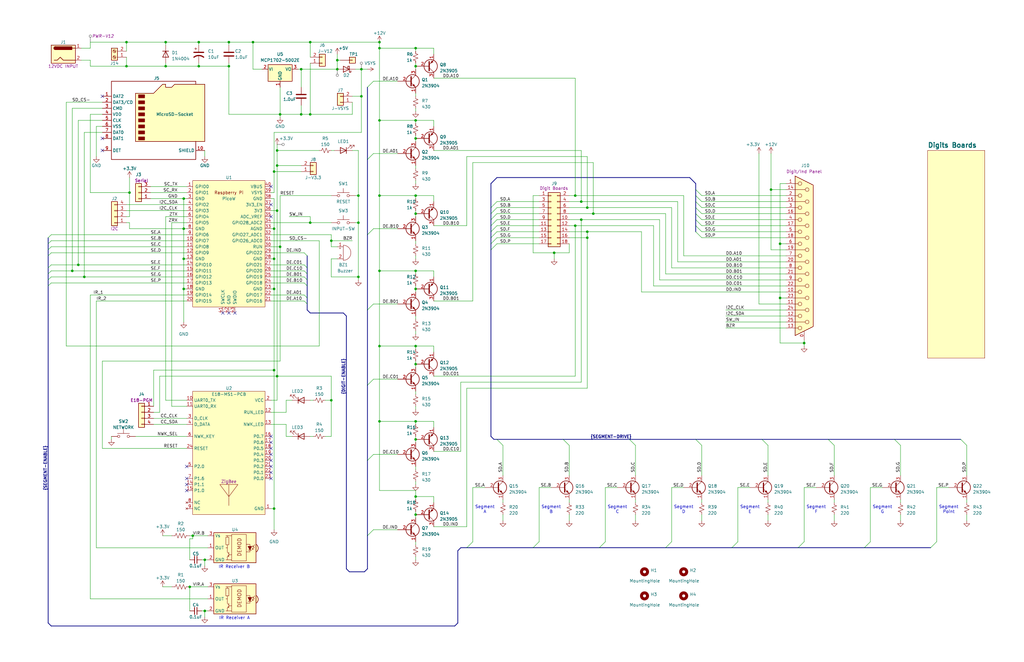
<source format=kicad_sch>
(kicad_sch (version 20230121) (generator eeschema)
  (paper "B")
  (title_block (title "Portable Score Board w/Remote") (date "2023-06-12") (rev "1") (company "AESilky") (comment 1 "Copyright AESilky 2023"))
  (lib_symbols
    (symbol "AES_Library:E18-MS1-PCB"
      (property "Reference" "U" (at 0 0 0))
      (property "Value" "E18-MS1-PCB" (at 0 -2.54 0))
      (property "Function" "ZigBee" (at 0 -39.37 0))
      (symbol "E18-MS1-PCB_1_1"
        (pin power_in line (at 17.78 -50.8 180) (length 2.54) (name "GND") (number "1"))
        (pin input line (at -17.78 -5.08 0) (length 2.54) (name "UART0_TX") (number "10"))
        (pin output line (at -17.78 -7.62 0) (length 2.54) (name "UART0_RX") (number "11"))
        (pin output line (at 17.78 -10.16 180) (length 2.54) (name "RUN_LED") (number "12"))
        (pin output line (at 17.78 -15.24 180) (length 2.54) (name "NWK_LED") (number "13"))
        (pin bidirectional line (at -17.78 -40.64 0) (length 2.54) (name "P1.1") (number "14"))
        (pin bidirectional line (at -17.78 -43.18 0) (length 2.54) (name "P1.0") (number "15"))
        (pin bidirectional line (at 17.78 -20.32 180) (length 2.54) (name "P0.7") (number "16"))
        (pin bidirectional line (at 17.78 -22.86 180) (length 2.54) (name "P0.6") (number "17"))
        (pin bidirectional line (at 17.78 -25.4 180) (length 2.54) (name "P0.5") (number "18"))
        (pin bidirectional line (at 17.78 -27.94 180) (length 2.54) (name "P0.4") (number "19"))
        (pin power_in line (at 17.78 -5.08 180) (length 2.54) (name "VCC") (number "2"))
        (pin bidirectional line (at 17.78 -30.48 180) (length 2.54) (name "P0.3") (number "20"))
        (pin bidirectional line (at 17.78 -33.02 180) (length 2.54) (name "P0.2") (number "21"))
        (pin bidirectional line (at 17.78 -35.56 180) (length 2.54) (name "P0.1") (number "22"))
        (pin bidirectional line (at 17.78 -38.1 180) (length 2.54) (name "P0.0") (number "23"))
        (pin input line (at -17.78 -25.4 0) (length 2.54) (name "RESET") (number "24"))
        (pin bidirectional line (at -17.78 -12.7 0) (length 2.54) (name "D_CLK") (number "3"))
        (pin bidirectional line (at -17.78 -15.24 0) (length 2.54) (name "D_DATA") (number "4"))
        (pin bidirectional line (at -17.78 -33.02 0) (length 2.54) (name "P2.0") (number "5"))
        (pin input line (at -17.78 -20.32 0) (length 2.54) (name "NWK_KEY") (number "6"))
        (pin bidirectional line (at -17.78 -38.1 0) (length 2.54) (name "P1.6") (number "7"))
        (pin no_connect line (at -17.78 -48.26 0) (length 2.54) (name "NC") (number "8"))
        (pin no_connect line (at -17.78 -50.8 0) (length 2.54) (name "NC") (number "9"))
      )
    )
    (symbol "AES_Library:PicoW" (pin_names (offset 1.016))
      (property "Reference" "U" (at -13.97 27.94 0))
      (property "Value" "PicoW" (at 0 19.05 0))
      (symbol "PicoW_0_0"
        (text "Raspberry Pi" (at 0 21.59 0) (effects (font (size 1.27 1.27))))
      )
      (symbol "PicoW_1_1"
        (pin bidirectional line (at -17.78 24.13 0) (length 2.54) (name "GPIO0") (number "1"))
        (pin bidirectional line (at -17.78 1.27 0) (length 2.54) (name "GPIO7") (number "10"))
        (pin bidirectional line (at -17.78 -1.27 0) (length 2.54) (name "GPIO8") (number "11"))
        (pin bidirectional line (at -17.78 -3.81 0) (length 2.54) (name "GPIO9") (number "12"))
        (pin power_in line (at -17.78 -6.35 0) (length 2.54) (name "GND") (number "13"))
        (pin bidirectional line (at -17.78 -8.89 0) (length 2.54) (name "GPIO10") (number "14"))
        (pin bidirectional line (at -17.78 -11.43 0) (length 2.54) (name "GPIO11") (number "15"))
        (pin bidirectional line (at -17.78 -13.97 0) (length 2.54) (name "GPIO12") (number "16"))
        (pin bidirectional line (at -17.78 -16.51 0) (length 2.54) (name "GPIO13") (number "17"))
        (pin power_in line (at -17.78 -19.05 0) (length 2.54) (name "GND") (number "18"))
        (pin bidirectional line (at -17.78 -21.59 0) (length 2.54) (name "GPIO14") (number "19"))
        (pin bidirectional line (at -17.78 21.59 0) (length 2.54) (name "GPIO1") (number "2"))
        (pin bidirectional line (at -17.78 -24.13 0) (length 2.54) (name "GPIO15") (number "20"))
        (pin bidirectional line (at 17.78 -24.13 180) (length 2.54) (name "GPIO16") (number "21"))
        (pin bidirectional line (at 17.78 -21.59 180) (length 2.54) (name "GPIO17") (number "22"))
        (pin power_in line (at 17.78 -19.05 180) (length 2.54) (name "GND") (number "23"))
        (pin bidirectional line (at 17.78 -16.51 180) (length 2.54) (name "GPIO18") (number "24"))
        (pin bidirectional line (at 17.78 -13.97 180) (length 2.54) (name "GPIO19") (number "25"))
        (pin bidirectional line (at 17.78 -11.43 180) (length 2.54) (name "GPIO20") (number "26"))
        (pin bidirectional line (at 17.78 -8.89 180) (length 2.54) (name "GPIO21") (number "27"))
        (pin power_in line (at 17.78 -6.35 180) (length 2.54) (name "GND") (number "28"))
        (pin bidirectional line (at 17.78 -3.81 180) (length 2.54) (name "GPIO22") (number "29"))
        (pin power_in line (at -17.78 19.05 0) (length 2.54) (name "GND") (number "3"))
        (pin input line (at 17.78 -1.27 180) (length 2.54) (name "RUN") (number "30"))
        (pin bidirectional line (at 17.78 1.27 180) (length 2.54) (name "GPIO26_ADC0") (number "31"))
        (pin bidirectional line (at 17.78 3.81 180) (length 2.54) (name "GPIO27_ADC1") (number "32"))
        (pin power_in line (at 17.78 6.35 180) (length 2.54) (name "AGND") (number "33"))
        (pin bidirectional line (at 17.78 8.89 180) (length 2.54) (name "GPIO28_ADC2") (number "34"))
        (pin power_in line (at 17.78 11.43 180) (length 2.54) (name "ADC_VREF") (number "35"))
        (pin power_out line (at 17.78 13.97 180) (length 2.54) (name "3V3") (number "36"))
        (pin input line (at 17.78 16.51 180) (length 2.54) (name "3V3_EN") (number "37"))
        (pin power_in line (at 17.78 19.05 180) (length 2.54) (name "GND") (number "38"))
        (pin power_in line (at 17.78 21.59 180) (length 2.54) (name "VSYS") (number "39"))
        (pin bidirectional line (at -17.78 16.51 0) (length 2.54) (name "GPIO2") (number "4"))
        (pin power_out line (at 17.78 24.13 180) (length 2.54) (name "VBUS") (number "40"))
        (pin input line (at -2.54 -29.21 90) (length 2.54) (name "SWCLK") (number "41"))
        (pin power_in line (at 0 -29.21 90) (length 2.54) (name "GND") (number "42"))
        (pin bidirectional line (at 2.54 -29.21 90) (length 2.54) (name "SWDIO") (number "43"))
        (pin bidirectional line (at -17.78 13.97 0) (length 2.54) (name "GPIO3") (number "5"))
        (pin bidirectional line (at -17.78 11.43 0) (length 2.54) (name "GPIO4") (number "6"))
        (pin bidirectional line (at -17.78 8.89 0) (length 2.54) (name "GPIO5") (number "7"))
        (pin power_in line (at -17.78 6.35 0) (length 2.54) (name "GND") (number "8"))
        (pin bidirectional line (at -17.78 3.81 0) (length 2.54) (name "GPIO6") (number "9"))
      )
    )
    (symbol "AES_Library:R_PWRSRC" (pin_numbers hide) (pin_names (offset 0) hide)
      (property "Reference" "R" (at 2.54 0 90))
      (property "Value" "R_PWRSRC" (at -2.54 0 90))
      (symbol "R_PWRSRC_1_1"
        (pin power_in line (at 0 3.81 270) (length 1.27) (name "I") (number "1"))
        (pin power_out line (at 0 -3.81 90) (length 1.27) (name "O") (number "2"))
      )
    )
    (symbol "AES_Library:VSYS" (power) (pin_numbers hide) (pin_names (offset 0))
      (property "Value" "VSYS" (at 0 3.81 0))
      (symbol "VSYS_1_1"
        (pin power_in line (at 0 0 90) (length 0) hide (name "VSYS") (number "1"))
      )
    )
    (symbol "Connector:Barrel_Jack" (pin_names (offset 1.016))
      (property "Reference" "J3" (at 0 5.08 0))
      (property "Function" "12VDC INPUT" (at 0 -5.08 0))
      (symbol "Barrel_Jack_1_1"
        (pin power_out line (at 7.62 2.54 180) (length 2.54) (name "~") (number "1"))
        (pin power_out line (at 7.62 -2.54 180) (length 2.54) (name "~") (number "2"))
      )
    )
    (symbol "Connector:DB25_Receptacle_MountingHoles" (pin_names (offset 1.016) hide)
      (property "Reference" "J" (at 0 36.83 0))
      (property "Value" "DB25_Receptacle_MountingHoles" (at 0 34.925 0))
      (symbol "DB25_Receptacle_MountingHoles_1_1"
        (pin passive line (at 0 -35.56 90) (length 3.81) (name "PAD") (number "0"))
        (pin passive line (at -7.62 30.48 0) (length 3.81) (name "1") (number "1"))
        (pin passive line (at -7.62 -15.24 0) (length 3.81) (name "10") (number "10"))
        (pin passive line (at -7.62 -20.32 0) (length 3.81) (name "11") (number "11"))
        (pin passive line (at -7.62 -25.4 0) (length 3.81) (name "12") (number "12"))
        (pin passive line (at -7.62 -30.48 0) (length 3.81) (name "13") (number "13"))
        (pin passive line (at -7.62 27.94 0) (length 3.81) (name "P14") (number "14"))
        (pin passive line (at -7.62 22.86 0) (length 3.81) (name "P15") (number "15"))
        (pin passive line (at -7.62 17.78 0) (length 3.81) (name "P16") (number "16"))
        (pin passive line (at -7.62 12.7 0) (length 3.81) (name "P17") (number "17"))
        (pin passive line (at -7.62 7.62 0) (length 3.81) (name "P18") (number "18"))
        (pin passive line (at -7.62 2.54 0) (length 3.81) (name "P19") (number "19"))
        (pin passive line (at -7.62 25.4 0) (length 3.81) (name "2") (number "2"))
        (pin passive line (at -7.62 -2.54 0) (length 3.81) (name "P20") (number "20"))
        (pin passive line (at -7.62 -7.62 0) (length 3.81) (name "P21") (number "21"))
        (pin passive line (at -7.62 -12.7 0) (length 3.81) (name "P22") (number "22"))
        (pin passive line (at -7.62 -17.78 0) (length 3.81) (name "P23") (number "23"))
        (pin passive line (at -7.62 -22.86 0) (length 3.81) (name "P24") (number "24"))
        (pin passive line (at -7.62 -27.94 0) (length 3.81) (name "P25") (number "25"))
        (pin passive line (at -7.62 20.32 0) (length 3.81) (name "3") (number "3"))
        (pin passive line (at -7.62 15.24 0) (length 3.81) (name "4") (number "4"))
        (pin passive line (at -7.62 10.16 0) (length 3.81) (name "5") (number "5"))
        (pin passive line (at -7.62 5.08 0) (length 3.81) (name "6") (number "6"))
        (pin passive line (at -7.62 0 0) (length 3.81) (name "7") (number "7"))
        (pin passive line (at -7.62 -5.08 0) (length 3.81) (name "8") (number "8"))
        (pin passive line (at -7.62 -10.16 0) (length 3.81) (name "9") (number "9"))
      )
    )
    (symbol "Connector:Micro_SD_Card_Det1"
      (property "Reference" "J" (at -16.51 17.78 0))
      (property "Value" "Micro_SD_Card_Det1" (at 16.51 17.78 0))
      (symbol "Micro_SD_Card_Det1_1_1"
        (pin bidirectional line (at -22.86 10.16 0) (length 3.81) (name "DAT2") (number "1"))
        (pin passive line (at 20.32 -12.7 180) (length 3.81) (name "SHIELD") (number "10"))
        (pin bidirectional line (at -22.86 7.62 0) (length 3.81) (name "DAT3/CD") (number "2"))
        (pin input line (at -22.86 5.08 0) (length 3.81) (name "CMD") (number "3"))
        (pin power_in line (at -22.86 2.54 0) (length 3.81) (name "VDD") (number "4"))
        (pin input line (at -22.86 0 0) (length 3.81) (name "CLK") (number "5"))
        (pin power_in line (at -22.86 -2.54 0) (length 3.81) (name "VSS") (number "6"))
        (pin bidirectional line (at -22.86 -5.08 0) (length 3.81) (name "DAT0") (number "7"))
        (pin bidirectional line (at -22.86 -7.62 0) (length 3.81) (name "DAT1") (number "8"))
        (pin passive line (at -22.86 -12.7 0) (length 3.81) (name "DET") (number "9"))
      )
    )
    (symbol "Connector:Screw_Terminal_01x02" (pin_names (offset 1.016) hide)
      (property "Reference" "J" (at 0 2.54 0))
      (property "Value" "Screw_Terminal_01x02" (at 0 -5.08 0))
      (symbol "Screw_Terminal_01x02_1_1"
        (pin passive line (at -5.08 0 0) (length 3.81) (name "Pin_1") (number "1"))
        (pin passive line (at -5.08 -2.54 0) (length 3.81) (name "Pin_2") (number "2"))
      )
    )
    (symbol "Connector_Generic:Conn_01x01" (pin_numbers hide) (pin_names (offset 1.016) hide)
      (property "Reference" "J" (at 0 2.54 0))
      (property "Value" "Conn_01x01" (at 0 -2.54 0))
      (symbol "Conn_01x01_1_1"
        (pin passive line (at -5.08 0 0) (length 3.81) (name "Pin_1") (number "1"))
      )
    )
    (symbol "Connector_Generic:Conn_01x02" (pin_names (offset 1.016) hide)
      (property "Reference" "J" (at 0 2.54 0))
      (property "Value" "Conn_01x02" (at 0 -5.08 0))
      (symbol "Conn_01x02_1_1"
        (pin passive line (at -5.08 0 0) (length 3.81) (name "Pin_1") (number "1"))
        (pin passive line (at -5.08 -2.54 0) (length 3.81) (name "Pin_2") (number "2"))
      )
    )
    (symbol "Connector_Generic:Conn_01x03" (pin_names (offset 1.016) hide)
      (property "Reference" "J" (at 0 5.08 0))
      (property "Value" "Conn_01x03" (at 0 -5.08 0))
      (symbol "Conn_01x03_1_1"
        (pin passive line (at -5.08 2.54 0) (length 3.81) (name "Pin_1") (number "1"))
        (pin passive line (at -5.08 0 0) (length 3.81) (name "Pin_2") (number "2"))
        (pin passive line (at -5.08 -2.54 0) (length 3.81) (name "Pin_3") (number "3"))
      )
    )
    (symbol "Connector_Generic:Conn_01x04" (pin_names (offset 1.016) hide)
      (property "Reference" "J" (at 0 5.08 0))
      (property "Value" "Conn_01x04" (at 0 -7.62 0))
      (symbol "Conn_01x04_1_1"
        (pin passive line (at -5.08 2.54 0) (length 3.81) (name "Pin_1") (number "1"))
        (pin passive line (at -5.08 0 0) (length 3.81) (name "Pin_2") (number "2"))
        (pin passive line (at -5.08 -2.54 0) (length 3.81) (name "Pin_3") (number "3"))
        (pin passive line (at -5.08 -5.08 0) (length 3.81) (name "Pin_4") (number "4"))
      )
    )
    (symbol "Connector_Generic:Conn_02x09_Odd_Even" (pin_names (offset 1.016) hide)
      (property "Reference" "J" (at 1.27 12.7 0))
      (property "Value" "Conn_02x09_Odd_Even" (at 1.27 -12.7 0))
      (symbol "Conn_02x09_Odd_Even_1_1"
        (pin passive line (at -5.08 10.16 0) (length 3.81) (name "Pin_1") (number "1"))
        (pin passive line (at 7.62 0 180) (length 3.81) (name "Pin_10") (number "10"))
        (pin passive line (at -5.08 -2.54 0) (length 3.81) (name "Pin_11") (number "11"))
        (pin passive line (at 7.62 -2.54 180) (length 3.81) (name "Pin_12") (number "12"))
        (pin passive line (at -5.08 -5.08 0) (length 3.81) (name "Pin_13") (number "13"))
        (pin passive line (at 7.62 -5.08 180) (length 3.81) (name "Pin_14") (number "14"))
        (pin passive line (at -5.08 -7.62 0) (length 3.81) (name "Pin_15") (number "15"))
        (pin passive line (at 7.62 -7.62 180) (length 3.81) (name "Pin_16") (number "16"))
        (pin passive line (at -5.08 -10.16 0) (length 3.81) (name "Pin_17") (number "17"))
        (pin passive line (at 7.62 -10.16 180) (length 3.81) (name "Pin_18") (number "18"))
        (pin passive line (at 7.62 10.16 180) (length 3.81) (name "Pin_2") (number "2"))
        (pin passive line (at -5.08 7.62 0) (length 3.81) (name "Pin_3") (number "3"))
        (pin passive line (at 7.62 7.62 180) (length 3.81) (name "Pin_4") (number "4"))
        (pin passive line (at -5.08 5.08 0) (length 3.81) (name "Pin_5") (number "5"))
        (pin passive line (at 7.62 5.08 180) (length 3.81) (name "Pin_6") (number "6"))
        (pin passive line (at -5.08 2.54 0) (length 3.81) (name "Pin_7") (number "7"))
        (pin passive line (at 7.62 2.54 180) (length 3.81) (name "Pin_8") (number "8"))
        (pin passive line (at -5.08 0 0) (length 3.81) (name "Pin_9") (number "9"))
      )
    )
    (symbol "Device:Buzzer" (pin_names (offset 0.0254) hide)
      (property "Reference" "BZ" (at 3.81 1.27 0))
      (property "Value" "Buzzer" (at 3.81 -1.27 0))
      (symbol "Buzzer_1_1"
        (pin passive line (at -2.54 2.54 0) (length 2.54) (name "-") (number "1"))
        (pin passive line (at -2.54 -2.54 0) (length 2.54) (name "+") (number "2"))
      )
    )
    (symbol "Device:C" (pin_numbers hide) (pin_names (offset 0.254))
      (property "Reference" "C" (at 0.635 2.54 0))
      (property "Value" "C" (at 0.635 -2.54 0))
      (symbol "C_1_1"
        (pin passive line (at 0 3.81 270) (length 2.794) (name "~") (number "1"))
        (pin passive line (at 0 -3.81 90) (length 2.794) (name "~") (number "2"))
      )
    )
    (symbol "Device:C_Polarized_US" (pin_numbers hide) (pin_names (offset 0.254) hide)
      (property "Reference" "C" (at 0.635 2.54 0))
      (property "Value" "C_Polarized_US" (at 0.635 -2.54 0))
      (symbol "C_Polarized_US_1_1"
        (pin passive line (at 0 3.81 270) (length 2.794) (name "~") (number "1"))
        (pin passive line (at 0 -3.81 90) (length 3.302) (name "~") (number "2"))
      )
    )
    (symbol "Device:C_Small" (pin_numbers hide) (pin_names (offset 0.254) hide)
      (property "Reference" "C" (at 0.254 1.778 0))
      (property "Value" "C_Small" (at 0.254 -2.032 0))
      (symbol "C_Small_1_1"
        (pin passive line (at 0 2.54 270) (length 2.032) (name "~") (number "1"))
        (pin passive line (at 0 -2.54 90) (length 2.032) (name "~") (number "2"))
      )
    )
    (symbol "Device:D_Schottky" (pin_numbers hide) (pin_names (offset 1.016) hide)
      (property "Reference" "D2" (at 0 2.54 0))
      (symbol "D_Schottky_1_1"
        (pin power_out line (at -3.81 0 0) (length 2.54) (name "K") (number "1"))
        (pin power_in line (at 3.81 0 180) (length 2.54) (name "A") (number "2"))
      )
    )
    (symbol "Device:LED" (pin_numbers hide) (pin_names (offset 1.016) hide)
      (property "Reference" "D" (at 0 2.54 0))
      (property "Value" "LED" (at 0 -2.54 0))
      (symbol "LED_1_1"
        (pin passive line (at -3.81 0 0) (length 2.54) (name "K") (number "1"))
        (pin passive line (at 3.81 0 180) (length 2.54) (name "A") (number "2"))
      )
    )
    (symbol "Device:R_Small_US" (pin_numbers hide) (pin_names (offset 0.254) hide)
      (property "Reference" "R" (at 0.762 0.508 0))
      (property "Value" "R_Small_US" (at 0.762 -1.016 0))
      (symbol "R_Small_US_1_1"
        (pin passive line (at 0 2.54 270) (length 1.016) (name "~") (number "1"))
        (pin passive line (at 0 -2.54 90) (length 1.016) (name "~") (number "2"))
      )
    )
    (symbol "Diode:1N4004" (pin_numbers hide) (pin_names hide)
      (property "Reference" "D" (at 0 2.54 0))
      (property "Value" "1N4004" (at 0 -2.54 0))
      (symbol "1N4004_1_1"
        (pin passive line (at -3.81 0 0) (length 2.54) (name "K") (number "1"))
        (pin passive line (at 3.81 0 180) (length 2.54) (name "A") (number "2"))
      )
    )
    (symbol "Interface_Optical:TSOP382xx"
      (property "Reference" "U" (at -10.16 7.62 0))
      (property "Value" "TSOP382xx" (at -10.16 -7.62 0))
      (symbol "TSOP382xx_0_0"
        (text "DEMOD" (at -3.175 0.254 900) (effects (font (size 1.524 1.524))))
      )
      (symbol "TSOP382xx_1_1"
        (pin output line (at 10.16 0 180) (length 2.54) (name "OUT") (number "1"))
        (pin power_in line (at 10.16 -5.08 180) (length 2.54) (name "GND") (number "2"))
        (pin power_in line (at 10.16 5.08 180) (length 2.54) (name "Vs") (number "3"))
      )
    )
    (symbol "Mechanical:MountingHole" (pin_names (offset 1.016))
      (property "Reference" "H" (at 0 5.08 0))
      (property "Value" "MountingHole" (at 0 3.175 0))
    )
    (symbol "Regulator_Linear:MCP1700x-500xxTO" (pin_names (offset 0.254))
      (property "Reference" "U" (at -3.81 -3.175 0))
      (property "Value" "MCP1700x-500xxTO" (at 0 -3.175 0))
      (symbol "MCP1700x-500xxTO_1_1"
        (pin power_in line (at 0 7.62 270) (length 2.54) (name "GND") (number "1"))
        (pin power_in line (at -7.62 0 0) (length 2.54) (name "VI") (number "2"))
        (pin power_out line (at 7.62 0 180) (length 2.54) (name "VO") (number "3"))
      )
    )
    (symbol "Switch:SW_Push" (pin_numbers hide) (pin_names (offset 1.016) hide)
      (property "Reference" "SW" (at 1.27 2.54 0))
      (property "Value" "SW_Push" (at 0 -1.524 0))
      (symbol "SW_Push_0_1"
        (pin passive line (at -5.08 0 0) (length 2.54) (name "1") (number "1"))
        (pin passive line (at 5.08 0 180) (length 2.54) (name "2") (number "2"))
      )
    )
    (symbol "Transistor_BJT:2N3904" (pin_names (offset 0) hide)
      (property "Reference" "Q" (at 5.08 1.905 0))
      (property "Value" "2N3904" (at 5.08 0 0))
      (symbol "2N3904_1_1"
        (pin passive line (at 2.54 -5.08 90) (length 2.54) (name "E") (number "1"))
        (pin passive line (at -5.08 0 0) (length 5.715) (name "B") (number "2"))
        (pin passive line (at 2.54 5.08 270) (length 2.54) (name "C") (number "3"))
      )
    )
    (symbol "Transistor_BJT:2N3905" (pin_names (offset 0) hide)
      (property "Reference" "Q" (at 5.08 1.905 0))
      (property "Value" "2N3905" (at 5.08 0 0))
      (symbol "2N3905_1_1"
        (pin passive line (at 2.54 -5.08 90) (length 2.54) (name "E") (number "1"))
        (pin input line (at -5.08 0 0) (length 5.715) (name "B") (number "2"))
        (pin passive line (at 2.54 5.08 270) (length 2.54) (name "C") (number "3"))
      )
    )
    (symbol "power:+12V" (power) (pin_names (offset 0))
      (property "Value" "+12V" (at 0 3.556 0))
      (symbol "+12V_1_1"
        (pin power_in line (at 0 0 90) (length 0) hide (name "+12V") (number "1"))
      )
    )
    (symbol "power:+3.3V" (power) (pin_names (offset 0))
      (property "Value" "+3.3V" (at 0 3.556 0))
      (symbol "+3.3V_1_1"
        (pin power_in line (at 0 0 90) (length 0) hide (name "+3.3V") (number "1"))
      )
    )
    (symbol "power:+5V" (power) (pin_names (offset 0))
      (property "Value" "+5V" (at 0 3.556 0))
      (symbol "+5V_1_1"
        (pin power_in line (at 0 0 90) (length 0) hide (name "+5V") (number "1"))
      )
    )
    (symbol "power:GND" (power) (pin_names (offset 0))
      (property "Value" "GND" (at 0 -3.81 0))
      (symbol "GND_1_1"
        (pin power_in line (at 0 0 270) (length 0) hide (name "GND") (number "1"))
      )
    )
  )
  (bus_alias "SEGMENT-DRIVE-C" (members "SDC.A" "SDC.B" "SDC.C" "SDC.D" "SDC.E" "SDC.F" "SDC.G" "SDC.P"))
  (bus_alias "DIGIT-ENABLE" (members "DE.A10" "DE.A01" "DE.B10" "DE.B01" "DE.C10" "DE.C01" "DE.IND"))
  (bus_alias "SEGMENT-ENABLE" (members "SE.A" "SE.B" "SE.C" "SE.D" "SE.E" "SE.F" "SE.G" "SE.P"))
  (bus_alias "SEGMENT-DRIVE" (members "SD.A" "SD.B" "SD.C" "SD.D" "SD.E" "SD.F" "SD.G" "SD.P"))
  (bus_alias "DIGIT-DRIVE" (members "DD.A10" "DD.A01" "DD.B10" "DD.B01" "DD.C10" "DD.C01" "DD.IND"))
  (junction (at 116.84 158.75))
  (junction (at 151.13 116.84))
  (junction (at 242.57 95.25))
  (junction (at 54.61 81.28))
  (junction (at 160.02 114.3))
  (junction (at 86.36 257.81))
  (junction (at 142.24 25.4))
  (junction (at 81.28 226.06))
  (junction (at 325.12 80.01))
  (junction (at 160.02 17.78))
  (junction (at 77.47 83.82))
  (junction (at 328.93 125.73))
  (junction (at 247.65 97.79))
  (junction (at 175.26 185.42))
  (junction (at 175.26 114.3))
  (junction (at 339.09 144.78))
  (junction (at 152.4 29.21))
  (junction (at 175.26 50.8))
  (junction (at 175.26 90.17))
  (junction (at 77.47 121.92))
  (junction (at 250.19 90.17))
  (junction (at 151.13 82.55))
  (junction (at 77.47 109.22))
  (junction (at 175.26 82.55))
  (junction (at 247.65 87.63))
  (junction (at 130.81 93.98))
  (junction (at 96.52 17.78))
  (junction (at 115.57 72.39))
  (junction (at 245.11 92.71))
  (junction (at 118.11 104.14))
  (junction (at 69.85 27.94))
  (junction (at 142.24 29.21))
  (junction (at 115.57 121.92))
  (junction (at 242.57 82.55))
  (junction (at 53.34 27.94))
  (junction (at 115.57 109.22))
  (junction (at 151.13 93.98))
  (junction (at 115.57 156.21))
  (junction (at 175.26 217.17))
  (junction (at 247.65 100.33))
  (junction (at 175.26 20.32))
  (junction (at 127 29.21))
  (junction (at 116.84 63.5))
  (junction (at 69.85 17.78))
  (junction (at 130.81 48.26))
  (junction (at 233.68 106.68))
  (junction (at 118.11 48.26))
  (junction (at 175.26 58.42))
  (junction (at 160.02 50.8))
  (junction (at 160.02 146.05))
  (junction (at 160.02 82.55))
  (junction (at 160.02 20.32))
  (junction (at 33.02 111.76))
  (junction (at 116.84 69.85))
  (junction (at 175.26 177.8))
  (junction (at 160.02 177.8))
  (junction (at 116.84 88.9))
  (junction (at 139.7 101.6))
  (junction (at 35.56 116.84))
  (junction (at 130.81 17.78))
  (junction (at 80.01 247.65))
  (junction (at 328.93 102.87))
  (junction (at 175.26 209.55))
  (junction (at 86.36 236.22))
  (junction (at 83.82 27.94))
  (junction (at 53.34 17.78))
  (junction (at 245.11 85.09))
  (junction (at 115.57 96.52))
  (junction (at 175.26 153.67))
  (junction (at 106.68 17.78))
  (junction (at 175.26 27.94))
  (junction (at 175.26 121.92))
  (junction (at 115.57 214.63))
  (junction (at 77.47 96.52))
  (junction (at 175.26 146.05))
  (junction (at 30.48 114.3))
  (junction (at 83.82 17.78))
  (junction (at 139.7 168.91))
  (junction (at 96.52 27.94))
  (junction (at 152.4 40.64))
  (junction (at 127 48.26))
  (no_connect (at 99.06 132.08))
  (no_connect (at 114.3 184.15))
  (no_connect (at 78.74 196.85))
  (no_connect (at 96.52 132.08))
  (no_connect (at 43.18 58.42))
  (no_connect (at 114.3 86.36))
  (no_connect (at 43.18 40.64))
  (no_connect (at 114.3 91.44))
  (no_connect (at 114.3 191.77))
  (no_connect (at 93.98 132.08))
  (no_connect (at 78.74 207.01))
  (no_connect (at 114.3 186.69))
  (no_connect (at 114.3 196.85))
  (no_connect (at 78.74 201.93))
  (no_connect (at 43.18 63.5))
  (no_connect (at 114.3 189.23))
  (no_connect (at 78.74 204.47))
  (no_connect (at 114.3 199.39))
  (no_connect (at 114.3 78.74))
  (no_connect (at 114.3 201.93))
  (no_connect (at 114.3 194.31))
  (bus_entry (at 293.37 90.17) (size 2.54 2.54))
  (bus_entry (at 367.03 228.6) (size -2.54 2.54))
  (bus_entry (at 293.37 80.01) (size 2.54 2.54))
  (bus_entry (at 293.37 185.42) (size 2.54 2.54))
  (bus_entry (at 207.01 105.41) (size 2.54 -2.54))
  (bus_entry (at 293.37 95.25) (size 2.54 2.54))
  (bus_entry (at 321.31 185.42) (size 2.54 2.54))
  (bus_entry (at 157.48 160.02) (size -2.54 2.54))
  (bus_entry (at 293.37 82.55) (size 2.54 2.54))
  (bus_entry (at 207.01 87.63) (size 2.54 -2.54))
  (bus_entry (at 237.49 185.42) (size 2.54 2.54))
  (bus_entry (at 157.48 191.77) (size -2.54 2.54))
  (bus_entry (at 157.48 64.77) (size -2.54 2.54))
  (bus_entry (at 293.37 97.79) (size 2.54 2.54))
  (bus_entry (at 207.01 100.33) (size 2.54 -2.54))
  (bus_entry (at 207.01 92.71) (size 2.54 -2.54))
  (bus_entry (at 265.43 185.42) (size 2.54 2.54))
  (bus_entry (at 157.48 223.52) (size -2.54 2.54))
  (bus_entry (at 339.09 228.6) (size -2.54 2.54))
  (bus_entry (at 157.48 34.29) (size -2.54 2.54))
  (bus_entry (at 349.25 185.42) (size 2.54 2.54))
  (bus_entry (at 207.01 102.87) (size 2.54 -2.54))
  (bus_entry (at 255.27 228.6) (size -2.54 2.54))
  (bus_entry (at 209.55 185.42) (size 2.54 2.54))
  (bus_entry (at 283.21 228.6) (size -2.54 2.54))
  (bus_entry (at 207.01 95.25) (size 2.54 -2.54))
  (bus_entry (at 207.01 97.79) (size 2.54 -2.54))
  (bus_entry (at 207.01 90.17) (size 2.54 -2.54))
  (bus_entry (at 405.13 185.42) (size 2.54 2.54))
  (bus_entry (at 157.48 96.52) (size -2.54 2.54))
  (bus_entry (at 394.97 228.6) (size -2.54 2.54))
  (bus_entry (at 293.37 85.09) (size 2.54 2.54))
  (bus_entry (at 157.48 128.27) (size -2.54 2.54))
  (bus_entry (at 293.37 87.63) (size 2.54 2.54))
  (bus_entry (at 199.39 228.6) (size -2.54 2.54))
  (bus_entry (at 293.37 92.71) (size 2.54 2.54))
  (bus_entry (at 377.19 185.42) (size 2.54 2.54))
  (bus_entry (at 311.15 228.6) (size -2.54 2.54))
  (bus_entry (at 227.33 228.6) (size -2.54 2.54))
  (wire (pts (xy 96.52 17.78) (xy 96.52 19.05)))
  (wire (pts (xy 83.82 17.78) (xy 96.52 17.78)))
  (wire (pts (xy 80.01 247.65) (xy 80.01 257.81)))
  (wire (pts (xy 139.7 101.6) (xy 139.7 104.14)))
  (bus (pts (xy 336.55 231.14) (xy 364.49 231.14)))
  (wire (pts (xy 87.63 252.73) (xy 38.1 252.73)))
  (wire (pts (xy 127 36.83) (xy 127 29.21)))
  (wire (pts (xy 69.85 91.44) (xy 69.85 168.91)))
  (wire (pts (xy 78.74 104.14) (xy 21.59 104.14)))
  (bus (pts (xy 224.79 231.14) (xy 252.73 231.14)))
  (wire (pts (xy 182.88 222.25) (xy 196.85 222.25)))
  (wire (pts (xy 160.02 17.78) (xy 160.02 20.32)))
  (wire (pts (xy 114.3 114.3) (xy 128.27 114.3)))
  (wire (pts (xy 160.02 82.55) (xy 175.26 82.55)))
  (wire (pts (xy 275.59 120.65) (xy 331.47 120.65)))
  (wire (pts (xy 351.79 217.17) (xy 351.79 219.71)))
  (wire (pts (xy 339.09 205.74) (xy 339.09 228.6)))
  (wire (pts (xy 128.27 114.3) (xy 129.54 115.57)))
  (wire (pts (xy 212.09 217.17) (xy 212.09 219.71)))
  (wire (pts (xy 115.57 55.88) (xy 152.4 55.88)))
  (wire (pts (xy 116.84 69.85) (xy 127 69.85)))
  (wire (pts (xy 86.36 257.81) (xy 87.63 257.81)))
  (wire (pts (xy 128.27 127) (xy 129.54 128.27)))
  (wire (pts (xy 86.36 236.22) (xy 87.63 236.22)))
  (wire (pts (xy 224.79 106.68) (xy 233.68 106.68)))
  (bus (pts (xy 321.31 185.42) (xy 349.25 185.42)))
  (wire (pts (xy 283.21 205.74) (xy 288.29 205.74)))
  (wire (pts (xy 331.47 77.47) (xy 328.93 77.47)))
  (wire (pts (xy 394.97 205.74) (xy 394.97 228.6)))
  (wire (pts (xy 134.62 146.05) (xy 27.94 146.05)))
  (wire (pts (xy 323.85 217.17) (xy 323.85 219.71)))
  (wire (pts (xy 175.26 196.85) (xy 175.26 198.12)))
  (wire (pts (xy 323.85 187.96) (xy 323.85 200.66)))
  (wire (pts (xy 115.57 96.52) (xy 115.57 83.82)))
  (bus (pts (xy 252.73 231.14) (xy 280.67 231.14)))
  (wire (pts (xy 68.58 247.65) (xy 72.39 247.65)))
  (bus (pts (xy 207.01 87.63) (xy 207.01 77.47)))
  (wire (pts (xy 57.15 184.15) (xy 78.74 184.15)))
  (wire (pts (xy 63.5 81.28) (xy 78.74 81.28)))
  (wire (pts (xy 151.13 82.55) (xy 151.13 93.98)))
  (bus (pts (xy 207.01 97.79) (xy 207.01 100.33)))
  (wire (pts (xy 152.4 29.21) (xy 154.94 29.21)))
  (wire (pts (xy 175.26 114.3) (xy 175.26 115.57)))
  (bus (pts (xy 207.01 105.41) (xy 207.01 184.15)))
  (wire (pts (xy 20.32 107.95) (xy 21.59 106.68)))
  (wire (pts (xy 209.55 87.63) (xy 227.33 87.63)))
  (wire (pts (xy 118.11 82.55) (xy 118.11 104.14)))
  (wire (pts (xy 175.26 146.05) (xy 182.88 146.05)))
  (wire (pts (xy 35.56 55.88) (xy 35.56 116.84)))
  (wire (pts (xy 120.65 184.15) (xy 123.19 184.15)))
  (wire (pts (xy 20.32 115.57) (xy 21.59 114.3)))
  (wire (pts (xy 86.36 257.81) (xy 86.36 260.35)))
  (wire (pts (xy 160.02 82.55) (xy 160.02 114.3)))
  (wire (pts (xy 33.02 50.8) (xy 33.02 111.76)))
  (bus (pts (xy 154.94 162.56) (xy 154.94 194.31)))
  (wire (pts (xy 209.55 95.25) (xy 227.33 95.25)))
  (wire (pts (xy 67.31 173.99) (xy 67.31 158.75)))
  (wire (pts (xy 175.26 147.32) (xy 175.26 146.05)))
  (wire (pts (xy 224.79 82.55) (xy 224.79 106.68)))
  (wire (pts (xy 175.26 57.15) (xy 175.26 58.42)))
  (wire (pts (xy 196.85 66.04) (xy 247.65 66.04)))
  (wire (pts (xy 21.59 99.06) (xy 78.74 99.06)))
  (wire (pts (xy 295.91 97.79) (xy 331.47 97.79)))
  (wire (pts (xy 83.82 17.78) (xy 69.85 17.78)))
  (wire (pts (xy 407.67 210.82) (xy 407.67 212.09)))
  (wire (pts (xy 38.1 17.78) (xy 38.1 20.32)))
  (bus (pts (xy 193.04 232.41) (xy 193.04 262.89)))
  (wire (pts (xy 130.81 93.98) (xy 130.81 91.44)))
  (wire (pts (xy 86.36 236.22) (xy 86.36 238.76)))
  (wire (pts (xy 285.75 110.49) (xy 285.75 85.09)))
  (wire (pts (xy 209.55 92.71) (xy 227.33 92.71)))
  (wire (pts (xy 30.48 45.72) (xy 30.48 114.3)))
  (wire (pts (xy 328.93 125.73) (xy 331.47 125.73)))
  (wire (pts (xy 53.34 86.36) (xy 78.74 86.36)))
  (wire (pts (xy 175.26 88.9) (xy 175.26 90.17)))
  (wire (pts (xy 175.26 185.42) (xy 175.26 186.69)))
  (wire (pts (xy 245.11 85.09) (xy 285.75 85.09)))
  (wire (pts (xy 267.97 217.17) (xy 267.97 219.71)))
  (wire (pts (xy 323.85 210.82) (xy 323.85 212.09)))
  (wire (pts (xy 160.02 177.8) (xy 160.02 207.01)))
  (bus (pts (xy 147.32 241.3) (xy 153.67 241.3)))
  (wire (pts (xy 182.88 33.02) (xy 242.57 33.02)))
  (wire (pts (xy 20.32 102.87) (xy 21.59 101.6)))
  (wire (pts (xy 199.39 205.74) (xy 204.47 205.74)))
  (wire (pts (xy 78.74 127) (xy 40.64 127)))
  (wire (pts (xy 69.85 168.91) (xy 78.74 168.91)))
  (wire (pts (xy 127 44.45) (xy 127 48.26)))
  (wire (pts (xy 53.34 88.9) (xy 78.74 88.9)))
  (wire (pts (xy 116.84 168.91) (xy 114.3 168.91)))
  (wire (pts (xy 328.93 102.87) (xy 328.93 125.73)))
  (wire (pts (xy 77.47 96.52) (xy 54.61 96.52)))
  (bus (pts (xy 209.55 185.42) (xy 237.49 185.42)))
  (wire (pts (xy 175.26 120.65) (xy 175.26 121.92)))
  (wire (pts (xy 278.13 118.11) (xy 278.13 92.71)))
  (wire (pts (xy 142.24 22.86) (xy 142.24 25.4)))
  (wire (pts (xy 43.18 152.4) (xy 43.18 189.23)))
  (wire (pts (xy 114.3 127) (xy 128.27 127)))
  (wire (pts (xy 311.15 205.74) (xy 316.23 205.74)))
  (wire (pts (xy 182.88 212.09) (xy 182.88 209.55)))
  (wire (pts (xy 182.88 177.8) (xy 175.26 177.8)))
  (wire (pts (xy 227.33 205.74) (xy 227.33 228.6)))
  (wire (pts (xy 407.67 187.96) (xy 407.67 200.66)))
  (wire (pts (xy 182.88 85.09) (xy 182.88 82.55)))
  (bus (pts (xy 21.59 264.16) (xy 191.77 264.16)))
  (wire (pts (xy 114.3 214.63) (xy 115.57 214.63)))
  (wire (pts (xy 242.57 82.55) (xy 288.29 82.55)))
  (wire (pts (xy 157.48 96.52) (xy 167.64 96.52)))
  (wire (pts (xy 160.02 146.05) (xy 160.02 177.8)))
  (wire (pts (xy 199.39 127) (xy 199.39 68.58)))
  (bus (pts (xy 308.61 231.14) (xy 336.55 231.14)))
  (wire (pts (xy 114.3 99.06) (xy 139.7 99.06)))
  (wire (pts (xy 114.3 109.22) (xy 115.57 109.22)))
  (wire (pts (xy 351.79 187.96) (xy 351.79 200.66)))
  (wire (pts (xy 38.1 17.78) (xy 53.34 17.78)))
  (wire (pts (xy 407.67 217.17) (xy 407.67 219.71)))
  (wire (pts (xy 175.26 82.55) (xy 175.26 83.82)))
  (wire (pts (xy 85.09 257.81) (xy 86.36 257.81)))
  (wire (pts (xy 175.26 139.7) (xy 175.26 140.97)))
  (wire (pts (xy 148.59 43.18) (xy 148.59 48.26)))
  (wire (pts (xy 328.93 102.87) (xy 331.47 102.87)))
  (bus (pts (xy 154.94 226.06) (xy 154.94 240.03)))
  (wire (pts (xy 175.26 215.9) (xy 175.26 217.17)))
  (bus (pts (xy 196.85 231.14) (xy 224.79 231.14)))
  (wire (pts (xy 167.64 191.77) (xy 157.48 191.77)))
  (wire (pts (xy 157.48 34.29) (xy 167.64 34.29)))
  (wire (pts (xy 283.21 87.63) (xy 247.65 87.63)))
  (wire (pts (xy 34.29 25.4) (xy 38.1 25.4)))
  (wire (pts (xy 175.26 217.17) (xy 175.26 218.44)))
  (bus (pts (xy 293.37 95.25) (xy 293.37 97.79)))
  (wire (pts (xy 81.28 226.06) (xy 87.63 226.06)))
  (wire (pts (xy 139.7 101.6) (xy 148.59 101.6)))
  (wire (pts (xy 175.26 171.45) (xy 175.26 172.72)))
  (wire (pts (xy 152.4 55.88) (xy 152.4 40.64)))
  (wire (pts (xy 130.81 93.98) (xy 139.7 93.98)))
  (wire (pts (xy 148.59 48.26) (xy 130.81 48.26)))
  (wire (pts (xy 114.3 93.98) (xy 130.81 93.98)))
  (wire (pts (xy 80.01 247.65) (xy 87.63 247.65)))
  (wire (pts (xy 209.55 85.09) (xy 227.33 85.09)))
  (wire (pts (xy 175.26 26.67) (xy 175.26 27.94)))
  (wire (pts (xy 64.77 156.21) (xy 115.57 156.21)))
  (wire (pts (xy 53.34 91.44) (xy 54.61 91.44)))
  (wire (pts (xy 247.65 66.04) (xy 247.65 87.63)))
  (wire (pts (xy 245.11 63.5) (xy 245.11 85.09)))
  (wire (pts (xy 175.26 50.8) (xy 182.88 50.8)))
  (wire (pts (xy 35.56 116.84) (xy 21.59 116.84)))
  (bus (pts (xy 265.43 185.42) (xy 293.37 185.42)))
  (wire (pts (xy 175.26 39.37) (xy 175.26 40.64)))
  (wire (pts (xy 331.47 105.41) (xy 325.12 105.41)))
  (wire (pts (xy 295.91 90.17) (xy 331.47 90.17)))
  (wire (pts (xy 175.26 133.35) (xy 175.26 134.62)))
  (bus (pts (xy 207.01 90.17) (xy 207.01 92.71)))
  (wire (pts (xy 43.18 55.88) (xy 35.56 55.88)))
  (wire (pts (xy 30.48 114.3) (xy 21.59 114.3)))
  (wire (pts (xy 21.59 101.6) (xy 78.74 101.6)))
  (wire (pts (xy 275.59 95.25) (xy 242.57 95.25)))
  (wire (pts (xy 114.3 116.84) (xy 128.27 116.84)))
  (wire (pts (xy 295.91 187.96) (xy 295.91 200.66)))
  (wire (pts (xy 34.29 20.32) (xy 38.1 20.32)))
  (wire (pts (xy 83.82 27.94) (xy 83.82 26.67)))
  (wire (pts (xy 160.02 20.32) (xy 160.02 50.8)))
  (bus (pts (xy 194.31 231.14) (xy 193.04 232.41)))
  (wire (pts (xy 149.86 82.55) (xy 151.13 82.55)))
  (wire (pts (xy 160.02 114.3) (xy 175.26 114.3)))
  (bus (pts (xy 207.01 92.71) (xy 207.01 95.25)))
  (wire (pts (xy 63.5 78.74) (xy 78.74 78.74)))
  (wire (pts (xy 270.51 123.19) (xy 270.51 97.79)))
  (wire (pts (xy 27.94 146.05) (xy 27.94 43.18)))
  (wire (pts (xy 182.88 158.75) (xy 242.57 158.75)))
  (wire (pts (xy 96.52 26.67) (xy 96.52 27.94)))
  (wire (pts (xy 295.91 82.55) (xy 331.47 82.55)))
  (wire (pts (xy 175.26 203.2) (xy 175.26 204.47)))
  (wire (pts (xy 116.84 63.5) (xy 116.84 60.96)))
  (wire (pts (xy 114.3 101.6) (xy 134.62 101.6)))
  (wire (pts (xy 394.97 205.74) (xy 400.05 205.74)))
  (wire (pts (xy 72.39 93.98) (xy 78.74 93.98)))
  (wire (pts (xy 130.81 17.78) (xy 160.02 17.78)))
  (bus (pts (xy 154.94 130.81) (xy 154.94 162.56)))
  (wire (pts (xy 255.27 205.74) (xy 260.35 205.74)))
  (bus (pts (xy 153.67 241.3) (xy 154.94 240.03)))
  (wire (pts (xy 175.26 234.95) (xy 175.26 236.22)))
  (wire (pts (xy 115.57 156.21) (xy 115.57 214.63)))
  (wire (pts (xy 127 29.21) (xy 142.24 29.21)))
  (wire (pts (xy 20.32 100.33) (xy 21.59 99.06)))
  (wire (pts (xy 77.47 121.92) (xy 78.74 121.92)))
  (wire (pts (xy 80.01 227.33) (xy 80.01 236.22)))
  (wire (pts (xy 367.03 205.74) (xy 372.11 205.74)))
  (wire (pts (xy 295.91 217.17) (xy 295.91 219.71)))
  (wire (pts (xy 53.34 17.78) (xy 53.34 21.59)))
  (wire (pts (xy 160.02 146.05) (xy 175.26 146.05)))
  (wire (pts (xy 78.74 124.46) (xy 38.1 124.46)))
  (wire (pts (xy 114.3 121.92) (xy 115.57 121.92)))
  (wire (pts (xy 77.47 109.22) (xy 77.47 121.92)))
  (wire (pts (xy 160.02 50.8) (xy 160.02 82.55)))
  (wire (pts (xy 175.26 20.32) (xy 182.88 20.32)))
  (wire (pts (xy 175.26 76.2) (xy 175.26 77.47)))
  (wire (pts (xy 275.59 120.65) (xy 275.59 95.25)))
  (wire (pts (xy 96.52 17.78) (xy 106.68 17.78)))
  (wire (pts (xy 128.27 106.68) (xy 129.54 107.95)))
  (wire (pts (xy 151.13 63.5) (xy 151.13 82.55)))
  (wire (pts (xy 157.48 64.77) (xy 167.64 64.77)))
  (wire (pts (xy 130.81 168.91) (xy 132.08 168.91)))
  (wire (pts (xy 160.02 177.8) (xy 175.26 177.8)))
  (bus (pts (xy 207.01 87.63) (xy 207.01 90.17)))
  (wire (pts (xy 175.26 153.67) (xy 175.26 154.94)))
  (wire (pts (xy 106.68 29.21) (xy 110.49 29.21)))
  (wire (pts (xy 116.84 88.9) (xy 116.84 158.75)))
  (wire (pts (xy 63.5 83.82) (xy 77.47 83.82)))
  (bus (pts (xy 293.37 92.71) (xy 293.37 95.25)))
  (wire (pts (xy 247.65 97.79) (xy 240.03 97.79)))
  (wire (pts (xy 160.02 20.32) (xy 175.26 20.32)))
  (wire (pts (xy 128.27 124.46) (xy 129.54 125.73)))
  (wire (pts (xy 209.55 102.87) (xy 227.33 102.87)))
  (wire (pts (xy 240.03 210.82) (xy 240.03 212.09)))
  (wire (pts (xy 77.47 83.82) (xy 78.74 83.82)))
  (wire (pts (xy 182.88 209.55) (xy 175.26 209.55)))
  (bus (pts (xy 207.01 95.25) (xy 207.01 97.79)))
  (wire (pts (xy 175.26 184.15) (xy 175.26 185.42)))
  (wire (pts (xy 53.34 17.78) (xy 69.85 17.78)))
  (bus (pts (xy 154.94 67.31) (xy 154.94 99.06)))
  (wire (pts (xy 182.88 114.3) (xy 175.26 114.3)))
  (wire (pts (xy 83.82 27.94) (xy 96.52 27.94)))
  (wire (pts (xy 54.61 93.98) (xy 53.34 93.98)))
  (bus (pts (xy 237.49 185.42) (xy 265.43 185.42)))
  (wire (pts (xy 72.39 171.45) (xy 72.39 93.98)))
  (wire (pts (xy 379.73 210.82) (xy 379.73 212.09)))
  (wire (pts (xy 116.84 158.75) (xy 116.84 168.91)))
  (wire (pts (xy 118.11 82.55) (xy 139.7 82.55)))
  (wire (pts (xy 77.47 109.22) (xy 78.74 109.22)))
  (wire (pts (xy 250.19 90.17) (xy 240.03 90.17)))
  (wire (pts (xy 280.67 90.17) (xy 250.19 90.17)))
  (wire (pts (xy 196.85 95.25) (xy 196.85 66.04)))
  (wire (pts (xy 283.21 113.03) (xy 331.47 113.03)))
  (wire (pts (xy 280.67 115.57) (xy 280.67 90.17)))
  (wire (pts (xy 283.21 113.03) (xy 283.21 87.63)))
  (wire (pts (xy 139.7 109.22) (xy 142.24 109.22)))
  (wire (pts (xy 43.18 45.72) (xy 30.48 45.72)))
  (wire (pts (xy 295.91 85.09) (xy 331.47 85.09)))
  (bus (pts (xy 209.55 74.93) (xy 290.83 74.93)))
  (wire (pts (xy 128.27 111.76) (xy 129.54 113.03)))
  (wire (pts (xy 325.12 80.01) (xy 325.12 105.41)))
  (wire (pts (xy 139.7 168.91) (xy 139.7 184.15)))
  (wire (pts (xy 115.57 83.82) (xy 114.3 83.82)))
  (wire (pts (xy 116.84 69.85) (xy 116.84 63.5)))
  (wire (pts (xy 250.19 68.58) (xy 250.19 90.17)))
  (wire (pts (xy 134.62 101.6) (xy 134.62 146.05)))
  (wire (pts (xy 267.97 187.96) (xy 267.97 200.66)))
  (wire (pts (xy 182.88 127) (xy 199.39 127)))
  (bus (pts (xy 144.78 132.08) (xy 146.05 133.35)))
  (wire (pts (xy 280.67 115.57) (xy 331.47 115.57)))
  (wire (pts (xy 54.61 96.52) (xy 54.61 93.98)))
  (wire (pts (xy 149.86 93.98) (xy 151.13 93.98)))
  (wire (pts (xy 125.73 29.21) (xy 127 29.21)))
  (wire (pts (xy 114.3 179.07) (xy 120.65 179.07)))
  (wire (pts (xy 255.27 205.74) (xy 255.27 228.6)))
  (wire (pts (xy 115.57 72.39) (xy 115.57 81.28)))
  (wire (pts (xy 69.85 17.78) (xy 69.85 19.05)))
  (wire (pts (xy 285.75 110.49) (xy 331.47 110.49)))
  (wire (pts (xy 306.07 135.89) (xy 331.47 135.89)))
  (wire (pts (xy 64.77 179.07) (xy 78.74 179.07)))
  (wire (pts (xy 43.18 50.8) (xy 33.02 50.8)))
  (wire (pts (xy 78.74 91.44) (xy 69.85 91.44)))
  (bus (pts (xy 293.37 85.09) (xy 293.37 87.63)))
  (bus (pts (xy 207.01 184.15) (xy 208.28 185.42)))
  (bus (pts (xy 377.19 185.42) (xy 405.13 185.42)))
  (wire (pts (xy 306.07 130.81) (xy 331.47 130.81)))
  (wire (pts (xy 116.84 88.9) (xy 116.84 69.85)))
  (wire (pts (xy 77.47 96.52) (xy 78.74 96.52)))
  (wire (pts (xy 114.3 119.38) (xy 128.27 119.38)))
  (wire (pts (xy 78.74 116.84) (xy 35.56 116.84)))
  (wire (pts (xy 106.68 17.78) (xy 106.68 29.21)))
  (wire (pts (xy 115.57 214.63) (xy 115.57 223.52)))
  (wire (pts (xy 245.11 92.71) (xy 240.03 92.71)))
  (wire (pts (xy 20.32 118.11) (xy 21.59 116.84)))
  (wire (pts (xy 130.81 184.15) (xy 132.08 184.15)))
  (wire (pts (xy 151.13 93.98) (xy 151.13 116.84)))
  (wire (pts (xy 295.91 87.63) (xy 331.47 87.63)))
  (bus (pts (xy 129.54 130.81) (xy 130.81 132.08)))
  (wire (pts (xy 106.68 17.78) (xy 130.81 17.78)))
  (wire (pts (xy 295.91 95.25) (xy 331.47 95.25)))
  (wire (pts (xy 240.03 217.17) (xy 240.03 219.71)))
  (wire (pts (xy 139.7 116.84) (xy 151.13 116.84)))
  (wire (pts (xy 320.04 128.27) (xy 331.47 128.27)))
  (wire (pts (xy 83.82 27.94) (xy 69.85 27.94)))
  (wire (pts (xy 53.34 24.13) (xy 53.34 27.94)))
  (wire (pts (xy 54.61 91.44) (xy 54.61 81.28)))
  (wire (pts (xy 175.26 165.1) (xy 175.26 166.37)))
  (wire (pts (xy 199.39 68.58) (xy 250.19 68.58)))
  (wire (pts (xy 242.57 158.75) (xy 242.57 95.25)))
  (wire (pts (xy 175.26 58.42) (xy 175.26 59.69)))
  (bus (pts (xy 154.94 36.83) (xy 154.94 67.31)))
  (wire (pts (xy 196.85 163.83) (xy 247.65 163.83)))
  (wire (pts (xy 38.1 81.28) (xy 54.61 81.28)))
  (wire (pts (xy 175.26 121.92) (xy 175.26 123.19)))
  (wire (pts (xy 311.15 205.74) (xy 311.15 228.6)))
  (wire (pts (xy 182.88 180.34) (xy 182.88 177.8)))
  (wire (pts (xy 167.64 223.52) (xy 157.48 223.52)))
  (wire (pts (xy 295.91 92.71) (xy 331.47 92.71)))
  (wire (pts (xy 20.32 120.65) (xy 21.59 119.38)))
  (wire (pts (xy 209.55 100.33) (xy 227.33 100.33)))
  (wire (pts (xy 295.91 100.33) (xy 331.47 100.33)))
  (wire (pts (xy 242.57 95.25) (xy 240.03 95.25)))
  (wire (pts (xy 209.55 90.17) (xy 227.33 90.17)))
  (wire (pts (xy 227.33 82.55) (xy 224.79 82.55)))
  (wire (pts (xy 78.74 106.68) (xy 21.59 106.68)))
  (wire (pts (xy 115.57 121.92) (xy 115.57 109.22)))
  (wire (pts (xy 118.11 48.26) (xy 127 48.26)))
  (wire (pts (xy 139.7 109.22) (xy 139.7 116.84)))
  (wire (pts (xy 157.48 128.27) (xy 167.64 128.27)))
  (bus (pts (xy 364.49 231.14) (xy 392.43 231.14)))
  (bus (pts (xy 191.77 264.16) (xy 193.04 262.89)))
  (wire (pts (xy 160.02 114.3) (xy 160.02 146.05)))
  (wire (pts (xy 53.34 27.94) (xy 69.85 27.94)))
  (wire (pts (xy 245.11 85.09) (xy 240.03 85.09)))
  (wire (pts (xy 151.13 116.84) (xy 151.13 118.11)))
  (bus (pts (xy 146.05 133.35) (xy 146.05 240.03)))
  (wire (pts (xy 43.18 48.26) (xy 38.1 48.26)))
  (wire (pts (xy 242.57 82.55) (xy 240.03 82.55)))
  (wire (pts (xy 128.27 116.84) (xy 129.54 118.11)))
  (bus (pts (xy 207.01 102.87) (xy 207.01 105.41)))
  (wire (pts (xy 306.07 138.43) (xy 331.47 138.43)))
  (wire (pts (xy 175.26 69.85) (xy 175.26 71.12)))
  (wire (pts (xy 115.57 55.88) (xy 115.57 72.39)))
  (wire (pts (xy 120.65 168.91) (xy 123.19 168.91)))
  (wire (pts (xy 175.26 152.4) (xy 175.26 153.67)))
  (wire (pts (xy 175.26 177.8) (xy 175.26 179.07)))
  (wire (pts (xy 130.81 48.26) (xy 127 48.26)))
  (wire (pts (xy 67.31 158.75) (xy 116.84 158.75)))
  (bus (pts (xy 293.37 77.47) (xy 293.37 80.01)))
  (wire (pts (xy 175.26 207.01) (xy 160.02 207.01)))
  (wire (pts (xy 182.88 116.84) (xy 182.88 114.3)))
  (bus (pts (xy 194.31 231.14) (xy 196.85 231.14)))
  (wire (pts (xy 175.26 20.32) (xy 175.26 21.59)))
  (wire (pts (xy 167.64 160.02) (xy 157.48 160.02)))
  (bus (pts (xy 293.37 80.01) (xy 293.37 82.55)))
  (wire (pts (xy 182.88 53.34) (xy 182.88 50.8)))
  (wire (pts (xy 43.18 53.34) (xy 40.64 53.34)))
  (wire (pts (xy 38.1 27.94) (xy 38.1 25.4)))
  (wire (pts (xy 288.29 107.95) (xy 288.29 82.55)))
  (bus (pts (xy 349.25 185.42) (xy 377.19 185.42)))
  (wire (pts (xy 182.88 20.32) (xy 182.88 22.86)))
  (wire (pts (xy 33.02 111.76) (xy 21.59 111.76)))
  (wire (pts (xy 148.59 40.64) (xy 152.4 40.64)))
  (wire (pts (xy 38.1 48.26) (xy 38.1 81.28)))
  (wire (pts (xy 118.11 48.26) (xy 118.11 49.53)))
  (wire (pts (xy 114.3 96.52) (xy 115.57 96.52)))
  (wire (pts (xy 38.1 124.46) (xy 38.1 252.73)))
  (wire (pts (xy 68.58 226.06) (xy 72.39 226.06)))
  (wire (pts (xy 328.93 125.73) (xy 328.93 144.78)))
  (wire (pts (xy 240.03 106.68) (xy 240.03 102.87)))
  (bus (pts (xy 208.28 185.42) (xy 209.55 185.42)))
  (wire (pts (xy 77.47 121.92) (xy 77.47 135.89)))
  (bus (pts (xy 293.37 90.17) (xy 293.37 92.71)))
  (wire (pts (xy 194.31 161.29) (xy 245.11 161.29)))
  (wire (pts (xy 115.57 72.39) (xy 127 72.39)))
  (wire (pts (xy 212.09 210.82) (xy 212.09 212.09)))
  (wire (pts (xy 64.77 176.53) (xy 78.74 176.53)))
  (wire (pts (xy 121.92 91.44) (xy 130.81 91.44)))
  (wire (pts (xy 325.12 80.01) (xy 331.47 80.01)))
  (wire (pts (xy 40.64 127) (xy 40.64 231.14)))
  (wire (pts (xy 130.81 26.67) (xy 130.81 48.26)))
  (wire (pts (xy 320.04 64.77) (xy 320.04 128.27)))
  (wire (pts (xy 40.64 53.34) (xy 40.64 66.04)))
  (wire (pts (xy 96.52 48.26) (xy 118.11 48.26)))
  (wire (pts (xy 295.91 210.82) (xy 295.91 212.09)))
  (wire (pts (xy 175.26 207.01) (xy 175.26 209.55)))
  (wire (pts (xy 120.65 173.99) (xy 120.65 168.91)))
  (wire (pts (xy 227.33 205.74) (xy 232.41 205.74)))
  (wire (pts (xy 288.29 107.95) (xy 331.47 107.95)))
  (wire (pts (xy 114.3 81.28) (xy 115.57 81.28)))
  (wire (pts (xy 182.88 148.59) (xy 182.88 146.05)))
  (wire (pts (xy 139.7 168.91) (xy 139.7 158.75)))
  (wire (pts (xy 114.3 88.9) (xy 116.84 88.9)))
  (wire (pts (xy 283.21 205.74) (xy 283.21 228.6)))
  (wire (pts (xy 85.09 236.22) (xy 86.36 236.22)))
  (wire (pts (xy 278.13 92.71) (xy 245.11 92.71)))
  (wire (pts (xy 83.82 17.78) (xy 83.82 19.05)))
  (wire (pts (xy 182.88 95.25) (xy 196.85 95.25)))
  (wire (pts (xy 247.65 163.83) (xy 247.65 100.33)))
  (wire (pts (xy 81.28 226.06) (xy 81.28 227.33)))
  (bus (pts (xy 154.94 99.06) (xy 154.94 130.81)))
  (wire (pts (xy 118.11 104.14) (xy 114.3 104.14)))
  (wire (pts (xy 152.4 29.21) (xy 152.4 40.64)))
  (wire (pts (xy 339.09 205.74) (xy 344.17 205.74)))
  (wire (pts (xy 175.26 209.55) (xy 175.26 210.82)))
  (wire (pts (xy 175.26 107.95) (xy 175.26 109.22)))
  (bus (pts (xy 20.32 100.33) (xy 20.32 262.89)))
  (wire (pts (xy 81.28 227.33) (xy 80.01 227.33)))
  (wire (pts (xy 130.81 17.78) (xy 130.81 24.13)))
  (wire (pts (xy 142.24 25.4) (xy 142.24 29.21)))
  (wire (pts (xy 114.3 124.46) (xy 128.27 124.46)))
  (wire (pts (xy 328.93 77.47) (xy 328.93 102.87)))
  (wire (pts (xy 118.11 104.14) (xy 118.11 152.4)))
  (wire (pts (xy 64.77 171.45) (xy 64.77 156.21)))
  (wire (pts (xy 175.26 50.8) (xy 175.26 52.07)))
  (wire (pts (xy 175.26 45.72) (xy 175.26 46.99)))
  (wire (pts (xy 149.86 29.21) (xy 152.4 29.21)))
  (wire (pts (xy 245.11 161.29) (xy 245.11 92.71)))
  (wire (pts (xy 137.16 184.15) (xy 139.7 184.15)))
  (wire (pts (xy 114.3 111.76) (xy 128.27 111.76)))
  (wire (pts (xy 175.26 90.17) (xy 175.26 91.44)))
  (wire (pts (xy 270.51 97.79) (xy 247.65 97.79)))
  (wire (pts (xy 182.88 190.5) (xy 194.31 190.5)))
  (wire (pts (xy 27.94 43.18) (xy 43.18 43.18)))
  (wire (pts (xy 328.93 144.78) (xy 339.09 144.78)))
  (wire (pts (xy 64.77 173.99) (xy 67.31 173.99)))
  (wire (pts (xy 118.11 152.4) (xy 43.18 152.4)))
  (bus (pts (xy 129.54 107.95) (xy 129.54 130.81)))
  (bus (pts (xy 21.59 264.16) (xy 20.32 262.89)))
  (wire (pts (xy 194.31 190.5) (xy 194.31 161.29)))
  (wire (pts (xy 137.16 168.91) (xy 139.7 168.91)))
  (wire (pts (xy 38.1 27.94) (xy 53.34 27.94)))
  (wire (pts (xy 77.47 96.52) (xy 77.47 109.22)))
  (wire (pts (xy 182.88 63.5) (xy 245.11 63.5)))
  (wire (pts (xy 114.3 173.99) (xy 120.65 173.99)))
  (wire (pts (xy 339.09 143.51) (xy 339.09 144.78)))
  (wire (pts (xy 139.7 63.5) (xy 140.97 63.5)))
  (wire (pts (xy 142.24 25.4) (xy 143.51 25.4)))
  (wire (pts (xy 115.57 121.92) (xy 115.57 156.21)))
  (bus (pts (xy 293.37 87.63) (xy 293.37 90.17)))
  (bus (pts (xy 290.83 74.93) (xy 293.37 77.47)))
  (wire (pts (xy 379.73 187.96) (xy 379.73 200.66)))
  (wire (pts (xy 81.28 226.06) (xy 80.01 226.06)))
  (wire (pts (xy 175.26 101.6) (xy 175.26 102.87)))
  (wire (pts (xy 78.74 114.3) (xy 30.48 114.3)))
  (bus (pts (xy 207.01 77.47) (xy 209.55 74.93)))
  (bus (pts (xy 280.67 231.14) (xy 308.61 231.14)))
  (wire (pts (xy 233.68 106.68) (xy 233.68 109.22)))
  (wire (pts (xy 247.65 100.33) (xy 247.65 97.79)))
  (wire (pts (xy 120.65 179.07) (xy 120.65 184.15)))
  (bus (pts (xy 130.81 132.08) (xy 144.78 132.08)))
  (wire (pts (xy 43.18 189.23) (xy 78.74 189.23)))
  (wire (pts (xy 209.55 97.79) (xy 227.33 97.79)))
  (wire (pts (xy 96.52 27.94) (xy 96.52 48.26)))
  (wire (pts (xy 78.74 111.76) (xy 33.02 111.76)))
  (wire (pts (xy 116.84 158.75) (xy 139.7 158.75)))
  (wire (pts (xy 175.26 27.94) (xy 175.26 29.21)))
  (wire (pts (xy 86.36 63.5) (xy 86.36 66.04)))
  (bus (pts (xy 207.01 100.33) (xy 207.01 102.87)))
  (wire (pts (xy 116.84 63.5) (xy 134.62 63.5)))
  (wire (pts (xy 247.65 87.63) (xy 240.03 87.63)))
  (wire (pts (xy 325.12 64.77) (xy 325.12 80.01)))
  (wire (pts (xy 160.02 50.8) (xy 175.26 50.8)))
  (wire (pts (xy 240.03 187.96) (xy 240.03 200.66)))
  (wire (pts (xy 139.7 99.06) (xy 139.7 101.6)))
  (wire (pts (xy 267.97 210.82) (xy 267.97 212.09)))
  (bus (pts (xy 154.94 194.31) (xy 154.94 226.06)))
  (wire (pts (xy 367.03 205.74) (xy 367.03 228.6)))
  (wire (pts (xy 46.99 184.15) (xy 46.99 185.42)))
  (wire (pts (xy 351.79 210.82) (xy 351.79 212.09)))
  (wire (pts (xy 379.73 217.17) (xy 379.73 219.71)))
  (wire (pts (xy 199.39 205.74) (xy 199.39 228.6)))
  (wire (pts (xy 78.74 171.45) (xy 72.39 171.45)))
  (bus (pts (xy 147.32 241.3) (xy 146.05 240.03)))
  (wire (pts (xy 118.11 36.83) (xy 118.11 48.26)))
  (wire (pts (xy 128.27 119.38) (xy 129.54 120.65)))
  (wire (pts (xy 20.32 113.03) (xy 21.59 111.76)))
  (wire (pts (xy 114.3 106.68) (xy 128.27 106.68)))
  (wire (pts (xy 175.26 228.6) (xy 175.26 229.87)))
  (bus (pts (xy 293.37 185.42) (xy 321.31 185.42)))
  (wire (pts (xy 242.57 33.02) (xy 242.57 82.55)))
  (wire (pts (xy 240.03 100.33) (xy 247.65 100.33)))
  (wire (pts (xy 40.64 231.14) (xy 87.63 231.14)))
  (wire (pts (xy 339.09 144.78) (xy 339.09 146.05)))
  (wire (pts (xy 233.68 106.68) (xy 240.03 106.68)))
  (wire (pts (xy 77.47 83.82) (xy 77.47 96.52)))
  (wire (pts (xy 196.85 222.25) (xy 196.85 163.83)))
  (wire (pts (xy 306.07 133.35) (xy 331.47 133.35)))
  (wire (pts (xy 278.13 118.11) (xy 331.47 118.11)))
  (wire (pts (xy 148.59 63.5) (xy 151.13 63.5)))
  (wire (pts (xy 139.7 104.14) (xy 142.24 104.14)))
  (wire (pts (xy 270.51 123.19) (xy 331.47 123.19)))
  (wire (pts (xy 54.61 74.93) (xy 54.61 81.28)))
  (wire (pts (xy 78.74 119.38) (xy 21.59 119.38)))
  (wire (pts (xy 182.88 82.55) (xy 175.26 82.55)))
  (wire (pts (xy 212.09 187.96) (xy 212.09 200.66)))
  (bus (pts (xy 293.37 82.55) (xy 293.37 85.09)))
  (wire (pts (xy 69.85 27.94) (xy 69.85 26.67)))
  (wire (pts (xy 20.32 105.41) (xy 21.59 104.14)))
  (wire (pts (xy 115.57 96.52) (xy 115.57 109.22)))
  (text_box "Segment\nE" (at 311.15 212.09 0) (size 10.16 5.08) (stroke (width -0.0001)) (effects (font (size 1.27 1.27)) (justify top)))
  (text_box "Segment\nC" (at 255.27 212.09 0) (size 10.16 5.08) (stroke (width -0.0001)) (effects (font (size 1.27 1.27)) (justify top)))
  (text_box "Segment\nB" (at 227.33 212.09 0) (size 10.16 5.08) (stroke (width -0.0001)) (effects (font (size 1.27 1.27)) (justify top)))
  (text_box "Segment\nD" (at 283.21 212.09 0) (size 10.16 5.08) (stroke (width -0.0001)) (effects (font (size 1.27 1.27)) (justify top)))
  (text_box "Segment\nG" (at 367.03 212.09 0) (size 10.16 5.08) (stroke (width -0.0001)) (effects (font (size 1.27 1.27)) (justify top)))
  (text_box "Segment\nA" (at 199.39 212.09 0) (size 10.16 5.08) (stroke (width -0.0001)) (effects (font (size 1.27 1.27)) (justify top)))
  (text_box "Segment\nF" (at 339.09 212.09 0) (size 10.16 5.08) (stroke (width -0.0001)) (effects (font (size 1.27 1.27)) (justify top)))
  (text_box "Segment\nPoint" (at 394.97 212.09 0) (size 10.16 5.08) (stroke (width -0.0001)) (effects (font (size 1.27 1.27)) (justify top)))
  (text "IR Receiver B" (at 105.41 240.03 0) (effects (font (size 1.27 1.27)) (justify right bottom)))
  (text "IR Receiver A" (at 105.41 261.62 0) (effects (font (size 1.27 1.27)) (justify right bottom)))
  (label "DE.B10" (at 120.65 119.38 0))
  (label "SD.E" (at 323.85 199.39 90))
  (label "SW_IN" (at 121.92 91.44 0))
  (label "SE.A" (at 63.5 99.06 0))
  (label "SE.C" (at 260.35 205.74 180))
  (label "BZR" (at 148.59 101.6 180))
  (label "SE.P" (at 400.05 205.74 180))
  (label "BZR" (at 306.07 138.43 0))
  (label "SE.G" (at 372.11 205.74 180))
  (label "DD.A10" (at 306.07 107.95 0))
  (label "SC_TX" (at 74.93 78.74 180))
  (label "SE.D" (at 288.29 205.74 180))
  (label "SD_CS-" (at 38.1 43.18 180))
  (label "SE.A" (at 204.47 205.74 180))
  (label "CC_SDA" (at 74.93 179.07 180))
  (label "DE.B10" (at 161.29 96.52 0))
  (label "GND" (at 74.93 83.82 180))
  (label "RESET" (at 74.93 189.23 180))
  (label "DE.C10" (at 161.29 191.77 0))
  (label "{SEGMENT-DRIVE}" (at 248.92 185.42 0) (effects (font (thickness 0.254) bold)))
  (label "DE.C10" (at 120.65 114.3 0))
  (label "DD.C01" (at 306.07 120.65 0))
  (label "IR_2" (at 40.64 127 0))
  (label "SD.E" (at 210.82 95.25 0))
  (label "SE.C" (at 63.5 104.14 0))
  (label "SD.A" (at 297.18 82.55 0))
  (label "DE.A01" (at 120.65 124.46 0))
  (label "SW_IN" (at 306.07 135.89 0))
  (label "SD.D" (at 297.18 90.17 0))
  (label "SD.P" (at 297.18 100.33 0))
  (label "DD.B01" (at 186.69 127 0))
  (label "CC_CLK" (at 74.93 176.53 180))
  (label "DD.IND" (at 306.07 123.19 0))
  (label "DD.IND" (at 186.69 222.25 0))
  (label "SD.P" (at 210.82 102.87 0))
  (label "SE.G" (at 63.5 116.84 0))
  (label "DD.C10" (at 306.07 118.11 0))
  (label "DD.B10" (at 306.07 113.03 0))
  (label "SD.C" (at 210.82 90.17 0))
  (label "DD.A10" (at 186.69 33.02 0))
  (label "SE.B" (at 63.5 101.6 0))
  (label "SE.D" (at 63.5 106.68 0))
  (label "DE.A10" (at 120.65 127 0))
  (label "SD.D" (at 295.91 199.39 90))
  (label "SE.B" (at 232.41 205.74 180))
  (label "VIR.B" (at 81.28 226.06 0))
  (label "DE.A01" (at 161.29 64.77 0))
  (label "{DIGIT-ENABLE}" (at 146.05 151.13 270) (effects (font (thickness 0.254) bold)))
  (label "DD.B10" (at 186.69 95.25 0))
  (label "SC_RX" (at 74.93 81.28 180))
  (label "SD.B" (at 210.82 87.63 0))
  (label "SD.G" (at 379.73 199.39 90))
  (label "SD.A" (at 212.09 199.39 90))
  (label "SD.E" (at 297.18 92.71 0))
  (label "SE.E" (at 63.5 111.76 0))
  (label "SD.G" (at 297.18 97.79 0))
  (label "SD.P" (at 407.67 199.39 90))
  (label "SD.C" (at 267.97 199.39 90))
  (label "SE.E" (at 316.23 205.74 180))
  (label "SD.C" (at 297.18 87.63 0))
  (label "SD.F" (at 297.18 95.25 0))
  (label "SD.B" (at 240.03 199.39 90))
  (label "I2C_SDA" (at 74.93 86.36 180))
  (label "I2C_CLK" (at 306.07 130.81 0))
  (label "SD.B" (at 297.18 85.09 0))
  (label "DD.B01" (at 306.07 115.57 0))
  (label "VIR.A" (at 81.28 247.65 0))
  (label "ZTX" (at 74.93 91.44 180))
  (label "SD_CS-" (at 121.92 101.6 0))
  (label "DE.A10" (at 161.29 34.29 0))
  (label "DE.IND" (at 161.29 223.52 0))
  (label "SD.G" (at 210.82 100.33 0))
  (label "I2C_SDA" (at 306.07 133.35 0))
  (label "DE.IND" (at 120.65 106.68 0))
  (label "ZRX" (at 74.93 93.98 180))
  (label "DD.A01" (at 186.69 63.5 0))
  (label "I2C_CLK" (at 74.93 88.9 180))
  (label "SD.A" (at 210.82 85.09 0))
  (label "NWK_SEL" (at 74.93 184.15 180))
  (label "SE.F" (at 63.5 114.3 0))
  (label "SD.F" (at 351.79 199.39 90))
  (label "{SEGMENT-ENABLE}" (at 20.32 207.01 90) (effects (font (thickness 0.254) bold)))
  (label "DE.B01" (at 161.29 128.27 0))
  (label "SD.D" (at 210.82 92.71 0))
  (label "SD.F" (at 210.82 97.79 0))
  (label "DE.B01" (at 120.65 116.84 0))
  (label "RESET" (at 118.11 82.55 0))
  (label "SE.P" (at 63.5 119.38 0))
  (label "DD.C10" (at 186.69 190.5 0))
  (label "SE.F" (at 344.17 205.74 180))
  (label "DD.C01" (at 186.69 158.75 0))
  (label "IR_1" (at 39.37 124.46 0))
  (label "DE.C01" (at 120.65 111.76 0))
  (label "DD.A01" (at 306.07 110.49 0))
  (label "DE.C01" (at 161.29 160.02 0))
  (netclass_flag "" (length 2.54) (shape round) (at 38.1 17.78 0) (property "Netclass" "PWR-V12" (at 38.7985 15.24 0) (effects (font italic) (justify left))))
  (netclass_flag "" (length 2.54) (shape round) (at 116.84 60.96 270) (property "Netclass" "PWR-V3.3" (effects hide)))
  (netclass_flag "" (length 2.54) (shape round) (at 152.4 29.21 0) (property "Netclass" "PWR-VSYS" (effects hide)))
  (netclass_flag "" (length 2.54) (shape round) (at 142.24 29.21 180) (property "Netclass" "PWR-V5" (effects hide)))
  (symbol (lib_id "Transistor_BJT:2N3904") (at 172.72 128.27 0) (unit 1)
    (property "Reference" "Q4" (at 177.8 127.635 0) (effects (justify left)))
    (property "Value" "2N3904" (at 177.8 130.175 0) (effects (justify left)))
    (property "Footprint" "Package_TO_SOT_THT:TO-92_Inline" (effects hide))
    (property "Datasheet" "https://www.onsemi.com/pub/Collateral/2N3903-D.PDF" (effects hide))
  )
  (symbol (lib_id "power:GND") (at 233.68 109.22 0) (unit 1)
    (property "Reference" "#PWR033" (effects hide))
    (property "Value" "GND" (effects hide))
  )
  (symbol (lib_id "Switch:SW_Push") (at 144.78 82.55 0) (unit 1)
    (property "Reference" "SW1" (at 144.78 77.47 0))
    (property "Value" "RESET" (at 144.78 85.09 0))
    (property "Footprint" "AES_Library:SW_TL1100F160Q" (effects hide))
  )
  (symbol (lib_id "Device:R_Small_US") (at 175.26 200.66 0) (unit 1)
    (property "Reference" "R17" (at 177.8 200.025 0) (effects (justify left)))
    (property "Value" "430" (at 177.8 202.565 0) (effects (justify left)))
    (property "Footprint" "Resistor_THT:R_Axial_DIN0207_L6.3mm_D2.5mm_P10.16mm_Horizontal" (effects hide))
  )
  (symbol (lib_id "power:GND") (at 118.11 49.53 0) (unit 1)
    (property "Reference" "#PWR012" (effects hide))
    (property "Value" "GND" (at 118.11 53.34 0))
  )
  (symbol (lib_id "power:GND") (at 295.91 219.71 0) (unit 1)
    (property "Reference" "#PWR027" (effects hide))
    (property "Value" "GND" (effects hide))
  )
  (symbol (lib_id "Device:R_Small_US") (at 175.26 168.91 0) (unit 1)
    (property "Reference" "R15" (at 177.8 168.275 0) (effects (justify left)))
    (property "Value" "430" (at 177.8 170.815 0) (effects (justify left)))
    (property "Footprint" "Resistor_THT:R_Axial_DIN0207_L6.3mm_D2.5mm_P10.16mm_Horizontal" (effects hide))
  )
  (symbol (lib_id "Device:LED") (at 127 184.15 0) (mirror x) (unit 1)
    (property "Reference" "LED3" (at 125.4125 180.34 0))
    (property "Value" "LED" (effects hide))
    (property "Footprint" "LED_THT:LED_D5.0mm-3" (effects hide))
  )
  (symbol (lib_id "Device:R_Small_US") (at 323.85 214.63 0) (unit 1)
    (property "Reference" "R40" (at 326.39 213.995 0) (effects (justify left)))
    (property "Value" "220" (at 326.39 216.535 0) (effects (justify left)))
    (property "Footprint" "Resistor_THT:R_Axial_DIN0207_L6.3mm_D2.5mm_P10.16mm_Horizontal" (effects hide))
  )
  (symbol (lib_id "Transistor_BJT:2N3904") (at 349.25 205.74 0) (unit 1)
    (property "Reference" "Q20" (at 354.33 205.105 0) (effects (justify left)))
    (property "Value" "2N3904" (at 354.33 207.645 0) (effects (justify left)))
    (property "Footprint" "Package_TO_SOT_THT:TO-92_Inline" (effects hide))
    (property "Datasheet" "https://www.onsemi.com/pub/Collateral/2N3903-D.PDF" (effects hide))
  )
  (symbol (lib_id "power:+3.3V") (at 54.61 74.93 0) (unit 1)
    (property "Reference" "#PWR03" (effects hide))
    (property "Value" "+3.3V" (at 54.61 71.12 0))
  )
  (symbol (lib_id "Transistor_BJT:2N3905") (at 180.34 58.42 0) (mirror x) (unit 1)
    (property "Reference" "Q9" (at 185.42 57.785 0) (effects (justify left)))
    (property "Value" "2N3905" (at 185.42 60.325 0) (effects (justify left)))
    (property "Footprint" "Package_TO_SOT_THT:TO-92_Inline" (effects hide))
    (property "Datasheet" "https://www.nteinc.com/specs/original/2N3905_06.pdf" (effects hide))
  )
  (symbol (lib_id "Transistor_BJT:2N3905") (at 180.34 185.42 0) (mirror x) (unit 1)
    (property "Reference" "Q13" (at 185.42 184.785 0) (effects (justify left)))
    (property "Value" "2N3905" (at 185.42 187.325 0) (effects (justify left)))
    (property "Footprint" "Package_TO_SOT_THT:TO-92_Inline" (effects hide))
    (property "Datasheet" "https://www.nteinc.com/specs/original/2N3905_06.pdf" (effects hide))
  )
  (symbol (lib_id "power:GND") (at 40.64 66.04 0) (unit 1)
    (property "Reference" "#PWR01" (effects hide))
    (property "Value" "GND" (at 40.64 69.85 0))
  )
  (symbol (lib_id "Device:R_Small_US") (at 379.73 214.63 0) (unit 1)
    (property "Reference" "R42" (at 382.27 213.995 0) (effects (justify left)))
    (property "Value" "220" (at 382.27 216.535 0) (effects (justify left)))
    (property "Footprint" "Resistor_THT:R_Axial_DIN0207_L6.3mm_D2.5mm_P10.16mm_Horizontal" (effects hide))
  )
  (symbol (lib_id "Device:R_Small_US") (at 175.26 137.16 0) (unit 1)
    (property "Reference" "R13" (at 177.8 136.525 0) (effects (justify left)))
    (property "Value" "430" (at 177.8 139.065 0) (effects (justify left)))
    (property "Footprint" "Resistor_THT:R_Axial_DIN0207_L6.3mm_D2.5mm_P10.16mm_Horizontal" (effects hide))
  )
  (symbol (lib_id "power:GND") (at 46.99 185.42 0) (unit 1)
    (property "Reference" "#PWR02" (effects hide))
    (property "Value" "GND" (effects hide))
  )
  (symbol (lib_id "Connector_Generic:Conn_01x02") (at 143.51 43.18 180) (unit 1)
    (property "Reference" "J7" (at 143.51 38.1 0))
    (property "Value" "J-VSYS" (at 143.51 45.72 0))
    (property "Footprint" "Connector_PinHeader_2.54mm:PinHeader_1x02_P2.54mm_Vertical" (effects hide))
  )
  (symbol (lib_id "power:GND") (at 175.26 172.72 0) (unit 1)
    (property "Reference" "#PWR021" (effects hide))
    (property "Value" "GND" (effects hide))
  )
  (symbol (lib_id "Device:R_Small_US") (at 175.26 24.13 0) (unit 1)
    (property "Reference" "R6" (at 171.45 22.86 0) (effects (justify left)))
    (property "Value" "1k" (at 171.45 25.4 0) (effects (justify left)))
    (property "Footprint" "Resistor_THT:R_Axial_DIN0207_L6.3mm_D2.5mm_P10.16mm_Horizontal" (effects hide))
  )
  (symbol (lib_id "AES_Library:VSYS") (at 154.94 29.21 270) (unit 1)
    (property "Reference" "#PWR015" (effects hide))
    (property "Value" "VSYS" (at 153.67 26.67 90) (effects (justify left)))
  )
  (symbol (lib_id "Regulator_Linear:MCP1700x-500xxTO") (at 118.11 29.21 0) (mirror x) (unit 1)
    (property "Reference" "U5" (at 118.11 22.86 0))
    (property "Value" "MCP1702-5002E" (at 118.11 25.4 0))
    (property "Footprint" "Package_TO_SOT_THT:TO-92_Inline" (effects hide))
    (property "Datasheet" "http://ww1.microchip.com/downloads/en/DeviceDoc/20001826D.pdf" (effects hide))
  )
  (symbol (lib_id "Transistor_BJT:2N3905") (at 180.34 217.17 0) (mirror x) (unit 1)
    (property "Reference" "Q14" (at 185.42 216.535 0) (effects (justify left)))
    (property "Value" "2N3905" (at 185.42 219.075 0) (effects (justify left)))
    (property "Footprint" "Package_TO_SOT_THT:TO-92_Inline" (effects hide))
    (property "Datasheet" "https://www.nteinc.com/specs/original/2N3905_06.pdf" (effects hide))
  )
  (symbol (lib_id "Device:C") (at 127 40.64 0) (unit 1)
    (property "Reference" "C3" (at 120.65 39.37 0) (effects (justify left)))
    (property "Value" "1.0uF" (at 119.38 41.91 0) (effects (justify left)))
    (property "Footprint" "Capacitor_THT:CP_Radial_D5.0mm_P2.00mm" (effects hide))
  )
  (symbol (lib_id "AES_Library:PicoW") (at 96.52 102.87 0) (unit 1)
    (property "Reference" "U1" (at 96.52 74.93 0))
    (property "Value" "PicoW" (at 96.52 83.82 0))
    (property "Footprint" "AES_Library:RPi_PicoW_SMD_TH" (effects hide))
  )
  (symbol (lib_id "power:GND") (at 212.09 219.71 0) (unit 1)
    (property "Reference" "#PWR024" (effects hide))
    (property "Value" "GND" (effects hide))
  )
  (symbol (lib_id "power:GND") (at 175.26 236.22 0) (unit 1)
    (property "Reference" "#PWR023" (effects hide))
    (property "Value" "GND" (effects hide))
  )
  (symbol (lib_id "Device:C_Polarized_US") (at 83.82 22.86 0) (unit 1)
    (property "Reference" "C1" (at 87.63 21.59 0) (effects (justify left)))
    (property "Value" "10uF" (at 87.63 24.13 0) (effects (justify left)))
    (property "Footprint" "Capacitor_THT:CP_Radial_D8.0mm_P3.50mm" (effects hide))
  )
  (symbol (lib_id "power:GND") (at 323.85 219.71 0) (unit 1)
    (property "Reference" "#PWR028" (effects hide))
    (property "Value" "GND" (effects hide))
  )
  (symbol (lib_id "Device:C_Small") (at 82.55 257.81 270) (unit 1)
    (property "Reference" "C4" (at 82.55 255.27 90))
    (property "Value" "0.1uF" (at 82.55 260.35 90))
    (property "Footprint" "Capacitor_THT:CP_Radial_D5.0mm_P2.00mm" (effects hide))
  )
  (symbol (lib_id "power:+3.3V") (at 116.84 60.96 0) (unit 1)
    (property "Reference" "#PWR011" (effects hide))
    (property "Value" "+3.3V" (at 120.65 58.42 0))
  )
  (symbol (lib_id "Transistor_BJT:2N3904") (at 172.72 64.77 0) (unit 1)
    (property "Reference" "Q2" (at 177.8 64.135 0) (effects (justify left)))
    (property "Value" "2N3904" (at 177.8 66.675 0) (effects (justify left)))
    (property "Footprint" "Package_TO_SOT_THT:TO-92_Inline" (effects hide))
    (property "Datasheet" "https://www.onsemi.com/pub/Collateral/2N3903-D.PDF" (effects hide))
  )
  (symbol (lib_id "Device:R_Small_US") (at 134.62 184.15 90) (unit 1)
    (property "Reference" "R4" (at 134.62 179.07 90))
    (property "Value" "150" (at 134.62 181.61 90))
    (property "Footprint" "Resistor_THT:R_Axial_DIN0207_L6.3mm_D2.5mm_P10.16mm_Horizontal" (effects hide))
  )
  (symbol (lib_id "Device:R_Small_US") (at 175.26 105.41 0) (unit 1)
    (property "Reference" "R11" (at 177.8 104.775 0) (effects (justify left)))
    (property "Value" "430" (at 177.8 107.315 0) (effects (justify left)))
    (property "Footprint" "Resistor_THT:R_Axial_DIN0207_L6.3mm_D2.5mm_P10.16mm_Horizontal" (effects hide))
  )
  (symbol (lib_id "Device:R_Small_US") (at 175.26 181.61 0) (unit 1)
    (property "Reference" "R16" (at 171.45 180.34 0) (effects (justify left)))
    (property "Value" "1k" (at 171.45 182.88 0) (effects (justify left)))
    (property "Footprint" "Resistor_THT:R_Axial_DIN0207_L6.3mm_D2.5mm_P10.16mm_Horizontal" (effects hide))
  )
  (symbol (lib_id "Device:R_Small_US") (at 175.26 118.11 0) (unit 1)
    (property "Reference" "R12" (at 171.45 116.84 0) (effects (justify left)))
    (property "Value" "1k" (at 171.45 119.38 0) (effects (justify left)))
    (property "Footprint" "Resistor_THT:R_Axial_DIN0207_L6.3mm_D2.5mm_P10.16mm_Horizontal" (effects hide))
  )
  (symbol (lib_id "Device:C") (at 96.52 22.86 0) (unit 1)
    (property "Reference" "C2" (at 99.06 21.59 0) (effects (justify left)))
    (property "Value" "1.0uF" (at 99.06 24.13 0) (effects (justify left)))
    (property "Footprint" "Capacitor_THT:CP_Radial_D5.0mm_P2.00mm" (effects hide))
  )
  (symbol (lib_id "Transistor_BJT:2N3904") (at 265.43 205.74 0) (unit 1)
    (property "Reference" "Q17" (at 270.51 205.105 0) (effects (justify left)))
    (property "Value" "2N3904" (at 270.51 207.645 0) (effects (justify left)))
    (property "Footprint" "Package_TO_SOT_THT:TO-92_Inline" (effects hide))
    (property "Datasheet" "https://www.onsemi.com/pub/Collateral/2N3903-D.PDF" (effects hide))
  )
  (symbol (lib_id "Device:R_Small_US") (at 351.79 214.63 0) (unit 1)
    (property "Reference" "R41" (at 354.33 213.995 0) (effects (justify left)))
    (property "Value" "220" (at 354.33 216.535 0) (effects (justify left)))
    (property "Footprint" "Resistor_THT:R_Axial_DIN0207_L6.3mm_D2.5mm_P10.16mm_Horizontal" (effects hide))
  )
  (symbol (lib_id "power:GND") (at 151.13 118.11 0) (unit 1)
    (property "Reference" "#PWR014" (effects hide))
    (property "Value" "GND" (effects hide))
  )
  (symbol (lib_id "power:GND") (at 175.26 140.97 0) (unit 1)
    (property "Reference" "#PWR020" (effects hide))
    (property "Value" "GND" (effects hide))
  )
  (symbol (lib_id "Device:LED") (at 144.78 63.5 180) (unit 1)
    (property "Reference" "LED1" (at 144.78 59.69 0))
    (property "Value" "LED" (effects hide))
    (property "Footprint" "LED_THT:LED_D5.0mm-3" (effects hide))
  )
  (symbol (lib_id "Diode:1N4004") (at 69.85 22.86 270) (unit 1)
    (property "Reference" "D1" (at 72.39 22.225 90) (effects (justify left)))
    (property "Value" "1N4004" (at 72.39 24.765 90) (effects (justify left)))
    (property "Footprint" "Diode_THT:D_DO-41_SOD81_P10.16mm_Horizontal" (effects hide))
    (property "Datasheet" "http://www.vishay.com/docs/88503/1n4001.pdf" (effects hide))
    (property "Sim.Device" "D" (effects hide))
    (property "Sim.Pins" "1=K 2=A" (effects hide))
  )
  (symbol (lib_id "power:GND") (at 240.03 219.71 0) (unit 1)
    (property "Reference" "#PWR025" (effects hide))
    (property "Value" "GND" (effects hide))
  )
  (symbol (lib_id "Device:R_Small_US") (at 267.97 214.63 0) (unit 1)
    (property "Reference" "R34" (at 270.51 213.995 0) (effects (justify left)))
    (property "Value" "220" (at 270.51 216.535 0) (effects (justify left)))
    (property "Footprint" "Resistor_THT:R_Axial_DIN0207_L6.3mm_D2.5mm_P10.16mm_Horizontal" (effects hide))
  )
  (symbol (lib_id "power:+3.3V") (at 68.58 226.06 0) (unit 1)
    (property "Reference" "#PWR04" (effects hide))
    (property "Value" "+3.3V" (at 68.58 222.25 0))
  )
  (symbol (lib_id "Device:R_Small_US") (at 175.26 54.61 0) (unit 1)
    (property "Reference" "R8" (at 171.45 53.34 0) (effects (justify left)))
    (property "Value" "1k" (at 171.45 55.88 0) (effects (justify left)))
    (property "Footprint" "Resistor_THT:R_Axial_DIN0207_L6.3mm_D2.5mm_P10.16mm_Horizontal" (effects hide))
  )
  (symbol (lib_id "power:+12V") (at 160.02 17.78 0) (unit 1)
    (property "Reference" "#PWR016" (effects hide))
    (property "Value" "+12V" (at 160.02 13.97 0))
  )
  (symbol (lib_id "Connector_Generic:Conn_01x02") (at 132.08 72.39 0) (mirror x) (unit 1)
    (property "Reference" "J8" (at 132.08 67.31 0))
    (property "Value" "J-V3.3" (at 132.08 74.93 0))
    (property "Footprint" "Connector_PinHeader_2.54mm:PinHeader_1x02_P2.54mm_Vertical" (effects hide))
  )
  (symbol (lib_id "Device:R_Small_US") (at 175.26 86.36 0) (unit 1)
    (property "Reference" "R10" (at 171.45 85.09 0) (effects (justify left)))
    (property "Value" "1k" (at 171.45 87.63 0) (effects (justify left)))
    (property "Footprint" "Resistor_THT:R_Axial_DIN0207_L6.3mm_D2.5mm_P10.16mm_Horizontal" (effects hide))
  )
  (symbol (lib_id "power:GND") (at 86.36 260.35 0) (unit 1)
    (property "Reference" "#PWR09" (effects hide))
    (property "Value" "GND" (effects hide))
  )
  (symbol (lib_id "Device:Buzzer") (at 144.78 106.68 0) (unit 1)
    (property "Reference" "BZ1" (at 144.78 111.76 0))
    (property "Value" "Buzzer" (at 142.24 114.3 0) (effects (justify left)))
    (property "Footprint" "MountingHole:MountingHole_3.2mm_M3" (effects hide))
  )
  (symbol (lib_id "Transistor_BJT:2N3904") (at 321.31 205.74 0) (unit 1)
    (property "Reference" "Q19" (at 326.39 205.105 0) (effects (justify left)))
    (property "Value" "2N3904" (at 326.39 207.645 0) (effects (justify left)))
    (property "Footprint" "Package_TO_SOT_THT:TO-92_Inline" (effects hide))
    (property "Datasheet" "https://www.onsemi.com/pub/Collateral/2N3903-D.PDF" (effects hide))
  )
  (symbol (lib_id "power:+5V") (at 142.24 22.86 0) (unit 1)
    (property "Reference" "#PWR013" (effects hide))
    (property "Value" "+5V" (at 144.78 20.32 0))
  )
  (symbol (lib_id "power:GND") (at 86.36 66.04 0) (unit 1)
    (property "Reference" "#PWR07" (effects hide))
    (property "Value" "GND" (at 86.36 69.85 0))
  )
  (symbol (lib_id "Connector_Generic:Conn_01x04") (at 59.69 173.99 0) (mirror y) (unit 1)
    (property "Reference" "J4" (at 59.69 166.37 0))
    (property "Value" "Conn_01x04" (effects hide))
    (property "Footprint" "Connector_PinHeader_2.54mm:PinHeader_1x04_P2.54mm_Vertical" (effects hide))
    (property "Function" "E18-PGM" (at 59.69 168.91 0))
  )
  (symbol (lib_id "Connector:Barrel_Jack") (at 26.67 22.86 0) (unit 1)
    (property "Reference" "J1" (at 26.67 17.78 0))
    (property "Value" "Barrel_Jack" (effects hide))
    (property "Footprint" "AES_Library:CUI_PJ-037B" (effects hide))
    (property "Function" "12VDC INPUT" (at 26.67 27.94 0))
  )
  (symbol (lib_id "power:GND") (at 77.47 135.89 0) (unit 1)
    (property "Reference" "#PWR06" (effects hide))
    (property "Value" "GND" (at 77.47 140.97 0))
  )
  (symbol (lib_id "power:GND") (at 379.73 219.71 0) (unit 1)
    (property "Reference" "#PWR030" (effects hide))
    (property "Value" "GND" (effects hide))
  )
  (symbol (lib_id "Device:R_Small_US") (at 175.26 232.41 0) (unit 1)
    (property "Reference" "R19" (at 177.8 231.775 0) (effects (justify left)))
    (property "Value" "430" (at 177.8 234.315 0) (effects (justify left)))
    (property "Footprint" "Resistor_THT:R_Axial_DIN0207_L6.3mm_D2.5mm_P10.16mm_Horizontal" (effects hide))
  )
  (symbol (lib_id "power:+3.3V") (at 68.58 247.65 0) (unit 1)
    (property "Reference" "#PWR05" (effects hide))
    (property "Value" "+3.3V" (at 68.58 243.84 0))
  )
  (symbol (lib_id "Device:R_Small_US") (at 137.16 63.5 90) (unit 1)
    (property "Reference" "R5" (at 137.16 58.42 90))
    (property "Value" "150" (at 137.16 60.96 90))
    (property "Footprint" "Resistor_THT:R_Axial_DIN0207_L6.3mm_D2.5mm_P10.16mm_Horizontal" (effects hide))
  )
  (symbol (lib_id "AES_Library:R_PWRSRC") (at 76.2 226.06 90) (unit 1)
    (property "Reference" "R2" (at 76.2 220.98 90))
    (property "Value" "150" (at 76.2 223.52 90))
    (property "Footprint" "Resistor_THT:R_Axial_DIN0207_L6.3mm_D2.5mm_P10.16mm_Horizontal" (effects hide))
  )
  (symbol (lib_id "Connector_Generic:Conn_02x09_Odd_Even") (at 232.41 92.71 0) (unit 1)
    (property "Reference" "J9" (at 233.68 77.47 0))
    (property "Value" "Conn_02x09_Odd_Even" (effects hide))
    (property "Sim.Enable" "0" (effects hide))
    (property "Ref" "Digit Boards" (at 233.5671 79.4662 0))
  )
  (symbol (lib_id "Device:R_Small_US") (at 407.67 214.63 0) (unit 1)
    (property "Reference" "R43" (at 410.21 213.995 0) (effects (justify left)))
    (property "Value" "220" (at 410.21 216.535 0) (effects (justify left)))
    (property "Footprint" "Resistor_THT:R_Axial_DIN0207_L6.3mm_D2.5mm_P10.16mm_Horizontal" (effects hide))
  )
  (symbol (lib_id "power:GND") (at 351.79 219.71 0) (unit 1)
    (property "Reference" "#PWR029" (effects hide))
    (property "Value" "GND" (effects hide))
  )
  (symbol (lib_id "power:GND") (at 339.09 146.05 0) (unit 1)
    (property "Reference" "#PWR034" (effects hide))
    (property "Value" "GND" (effects hide))
  )
  (symbol (lib_id "Mechanical:MountingHole") (at 271.78 251.46 0) (unit 1)
    (property "Reference" "H3" (at 274.32 250.825 0) (effects (justify left)))
    (property "Value" "MountingHole" (at 265.43 255.27 0) (effects (justify left)))
    (property "Footprint" "MountingHole:MountingHole_3.2mm_M3" (effects hide))
  )
  (symbol (lib_id "Device:R_Small_US") (at 212.09 214.63 0) (unit 1)
    (property "Reference" "R20" (at 214.63 213.995 0) (effects (justify left)))
    (property "Value" "220" (at 214.63 216.535 0) (effects (justify left)))
    (property "Footprint" "Resistor_THT:R_Axial_DIN0207_L6.3mm_D2.5mm_P10.16mm_Horizontal" (effects hide))
  )
  (symbol (lib_id "Device:R_Small_US") (at 240.03 214.63 0) (unit 1)
    (property "Reference" "R33" (at 242.57 213.995 0) (effects (justify left)))
    (property "Value" "220" (at 242.57 216.535 0) (effects (justify left)))
    (property "Footprint" "Resistor_THT:R_Axial_DIN0207_L6.3mm_D2.5mm_P10.16mm_Horizontal" (effects hide))
  )
  (symbol (lib_id "Transistor_BJT:2N3905") (at 180.34 121.92 0) (mirror x) (unit 1)
    (property "Reference" "Q11" (at 185.42 121.285 0) (effects (justify left)))
    (property "Value" "2N3905" (at 185.42 123.825 0) (effects (justify left)))
    (property "Footprint" "Package_TO_SOT_THT:TO-92_Inline" (effects hide))
    (property "Datasheet" "https://www.nteinc.com/specs/original/2N3905_06.pdf" (effects hide))
  )
  (symbol (lib_id "Connector:Micro_SD_Card_Det1") (at 66.04 50.8 0) (unit 1)
    (property "Reference" "J5" (at 66.04 33.02 0))
    (property "Value" "MicroSD-Socket" (at 73.66 48.26 0))
    (property "Footprint" "AES_Library:GCT_MEM2075-00-140-01-A" (effects hide))
    (property "Datasheet" "https://datasheet.lcsc.com/lcsc/2110151630_XKB-Connectivity-XKTF-015-N_C381082.pdf" (effects hide))
  )
  (symbol (lib_id "Mechanical:MountingHole") (at 288.29 241.3 0) (unit 1)
    (property "Reference" "H2" (at 290.83 240.665 0) (effects (justify left)))
    (property "Value" "MountingHole" (at 281.94 245.11 0) (effects (justify left)))
    (property "Footprint" "MountingHole:MountingHole_3.2mm_M3" (effects hide))
  )
  (symbol (lib_id "Interface_Optical:TSOP382xx") (at 97.79 252.73 0) (mirror y) (unit 1)
    (property "Reference" "U3" (at 99.06 245.11 0))
    (property "Value" "TSOP382xx" (effects hide))
    (property "Footprint" "OptoDevice:Vishay_MINICAST-3Pin" (effects hide))
    (property "Datasheet" "http://www.vishay.com/docs/82491/tsop382.pdf" (effects hide))
  )
  (symbol (lib_id "power:GND") (at 175.26 77.47 0) (unit 1)
    (property "Reference" "#PWR018" (effects hide))
    (property "Value" "GND" (effects hide))
  )
  (symbol (lib_id "Device:R_Small_US") (at 295.91 214.63 0) (unit 1)
    (property "Reference" "R39" (at 298.45 213.995 0) (effects (justify left)))
    (property "Value" "220" (at 298.45 216.535 0) (effects (justify left)))
    (property "Footprint" "Resistor_THT:R_Axial_DIN0207_L6.3mm_D2.5mm_P10.16mm_Horizontal" (effects hide))
  )
  (symbol (lib_id "Device:R_Small_US") (at 134.62 168.91 90) (unit 1)
    (property "Reference" "R3" (at 134.62 163.83 90))
    (property "Value" "150" (at 134.62 166.37 90))
    (property "Footprint" "Resistor_THT:R_Axial_DIN0207_L6.3mm_D2.5mm_P10.16mm_Horizontal" (effects hide))
  )
  (symbol (lib_id "AES_Library:E18-MS1-PCB") (at 96.52 163.83 0) (unit 1)
    (property "Reference" "U2" (at 96.52 163.83 0))
    (property "Value" "E18-MS1-PCB" (at 96.52 166.37 0))
    (property "Function" "ZigBee" (at 96.52 203.2 0))
  )
  (symbol (lib_id "Transistor_BJT:2N3905") (at 180.34 27.94 0) (mirror x) (unit 1)
    (property "Reference" "Q8" (at 185.42 27.305 0) (effects (justify left)))
    (property "Value" "2N3905" (at 185.42 29.845 0) (effects (justify left)))
    (property "Footprint" "Package_TO_SOT_THT:TO-92_Inline" (effects hide))
    (property "Datasheet" "https://www.nteinc.com/specs/original/2N3905_06.pdf" (effects hide))
  )
  (symbol (lib_id "Mechanical:MountingHole") (at 271.78 241.3 0) (unit 1)
    (property "Reference" "H1" (at 274.32 240.665 0) (effects (justify left)))
    (property "Value" "MountingHole" (at 265.43 245.11 0) (effects (justify left)))
    (property "Footprint" "MountingHole:MountingHole_3.2mm_M3" (effects hide))
  )
  (symbol (lib_id "power:+3.3V") (at 320.04 64.77 0) (unit 1)
    (property "Reference" "#PWR031" (effects hide))
    (property "Value" "+3.3V" (at 317.5 60.96 0))
  )
  (symbol (lib_id "Device:C_Small") (at 82.55 236.22 270) (unit 1)
    (property "Reference" "C5" (at 82.55 233.68 90))
    (property "Value" "0.1uF" (at 82.55 238.76 90))
    (property "Footprint" "Capacitor_THT:CP_Radial_D5.0mm_P2.00mm" (effects hide))
  )
  (symbol (lib_id "Transistor_BJT:2N3904") (at 237.49 205.74 0) (unit 1)
    (property "Reference" "Q16" (at 242.57 205.105 0) (effects (justify left)))
    (property "Value" "2N3904" (at 242.57 207.645 0) (effects (justify left)))
    (property "Footprint" "Package_TO_SOT_THT:TO-92_Inline" (effects hide))
    (property "Datasheet" "https://www.onsemi.com/pub/Collateral/2N3903-D.PDF" (effects hide))
  )
  (symbol (lib_id "Transistor_BJT:2N3904") (at 405.13 205.74 0) (unit 1)
    (property "Reference" "Q22" (at 410.21 205.105 0) (effects (justify left)))
    (property "Value" "2N3904" (at 410.21 207.645 0) (effects (justify left)))
    (property "Footprint" "Package_TO_SOT_THT:TO-92_Inline" (effects hide))
    (property "Datasheet" "https://www.onsemi.com/pub/Collateral/2N3903-D.PDF" (effects hide))
  )
  (symbol (lib_id "power:GND") (at 267.97 219.71 0) (unit 1)
    (property "Reference" "#PWR026" (effects hide))
    (property "Value" "GND" (effects hide))
  )
  (symbol (lib_id "Device:R_Small_US") (at 175.26 149.86 0) (unit 1)
    (property "Reference" "R14" (at 171.45 148.59 0) (effects (justify left)))
    (property "Value" "1k" (at 171.45 151.13 0) (effects (justify left)))
    (property "Footprint" "Resistor_THT:R_Axial_DIN0207_L6.3mm_D2.5mm_P10.16mm_Horizontal" (effects hide))
  )
  (symbol (lib_id "power:GND") (at 175.26 109.22 0) (unit 1)
    (property "Reference" "#PWR019" (effects hide))
    (property "Value" "GND" (effects hide))
  )
  (symbol (lib_id "Device:R_Small_US") (at 175.26 43.18 0) (unit 1)
    (property "Reference" "R7" (at 177.8 42.545 0) (effects (justify left)))
    (property "Value" "430" (at 177.8 45.085 0) (effects (justify left)))
    (property "Footprint" "Resistor_THT:R_Axial_DIN0207_L6.3mm_D2.5mm_P10.16mm_Horizontal" (effects hide))
  )
  (symbol (lib_id "Connector_Generic:Conn_01x01") (at 148.59 25.4 0) (unit 1)
    (property "Reference" "TP1" (at 147.32 22.86 0) (effects (justify left)))
    (property "Value" "Conn_01x01" (effects hide))
    (property "Footprint" "Connector_PinHeader_2.54mm:PinHeader_1x01_P2.54mm_Vertical" (effects hide))
  )
  (symbol (lib_id "Transistor_BJT:2N3905") (at 180.34 90.17 0) (mirror x) (unit 1)
    (property "Reference" "Q10" (at 185.42 89.535 0) (effects (justify left)))
    (property "Value" "2N3905" (at 185.42 92.075 0) (effects (justify left)))
    (property "Footprint" "Package_TO_SOT_THT:TO-92_Inline" (effects hide))
    (property "Datasheet" "https://www.nteinc.com/specs/original/2N3905_06.pdf" (effects hide))
  )
  (symbol (lib_id "Connector_Generic:Conn_01x03") (at 58.42 81.28 180) (unit 1)
    (property "Reference" "J3" (at 58.42 73.66 0))
    (property "Value" "Conn_01x03" (effects hide))
    (property "Footprint" "Connector_PinHeader_2.54mm:PinHeader_1x03_P2.54mm_Vertical" (effects hide))
    (property "Function" "Serial" (at 59.69 76.2 0))
  )
  (symbol (lib_id "power:GND") (at 175.26 46.99 0) (unit 1)
    (property "Reference" "#PWR017" (effects hide))
    (property "Value" "GND" (effects hide))
  )
  (symbol (lib_id "Device:D_Schottky") (at 146.05 29.21 180) (unit 1)
    (property "Reference" "D2" (at 146.05 31.75 0))
    (property "Value" "DIODE SCHOTTKY 50V 200MA DO35" (effects hide))
    (property "Footprint" "Diode_THT:D_DO-35_SOD27_P10.16mm_Horizontal" (effects hide))
  )
  (symbol (lib_id "Connector_Generic:Conn_01x02") (at 135.89 26.67 0) (mirror x) (unit 1)
    (property "Reference" "J6" (at 135.89 19.05 0))
    (property "Value" "J-V12" (at 137.16 21.59 0))
    (property "Footprint" "Connector_PinHeader_2.54mm:PinHeader_1x02_P2.54mm_Vertical" (effects hide))
  )
  (symbol (lib_id "power:GND") (at 86.36 238.76 0) (unit 1)
    (property "Reference" "#PWR08" (effects hide))
    (property "Value" "GND" (effects hide))
  )
  (symbol (lib_id "Switch:SW_Push") (at 52.07 184.15 0) (unit 1)
    (property "Reference" "SW2" (at 52.07 177.8 0))
    (property "Value" "NETWORK" (at 52.07 180.34 0))
    (property "Footprint" "AES_Library:SW_TL1100F160Q" (effects hide))
  )
  (symbol (lib_id "Device:R_Small_US") (at 175.26 213.36 0) (unit 1)
    (property "Reference" "R18" (at 171.45 212.09 0) (effects (justify left)))
    (property "Value" "1k" (at 171.45 214.63 0) (effects (justify left)))
    (property "Footprint" "Resistor_THT:R_Axial_DIN0207_L6.3mm_D2.5mm_P10.16mm_Horizontal" (effects hide))
  )
  (symbol (lib_id "Mechanical:MountingHole") (at 288.29 251.46 0) (unit 1)
    (property "Reference" "H4" (at 290.83 250.825 0) (effects (justify left)))
    (property "Value" "MountingHole" (at 281.94 255.27 0) (effects (justify left)))
    (property "Footprint" "MountingHole:MountingHole_3.2mm_M3" (effects hide))
  )
  (symbol (lib_id "Device:LED") (at 127 168.91 0) (mirror x) (unit 1)
    (property "Reference" "LED2" (at 125.4125 165.1 0))
    (property "Value" "LED" (effects hide))
    (property "Footprint" "LED_THT:LED_D5.0mm-3" (effects hide))
  )
  (symbol (lib_id "Transistor_BJT:2N3904") (at 172.72 34.29 0) (unit 1)
    (property "Reference" "Q1" (at 177.8 33.655 0) (effects (justify left)))
    (property "Value" "2N3904" (at 177.8 36.195 0) (effects (justify left)))
    (property "Footprint" "Package_TO_SOT_THT:TO-92_Inline" (effects hide))
    (property "Datasheet" "https://www.onsemi.com/pub/Collateral/2N3903-D.PDF" (effects hide))
  )
  (symbol (lib_id "power:+12V") (at 325.12 64.77 0) (unit 1)
    (property "Reference" "#PWR032" (effects hide))
    (property "Value" "+12V" (at 325.12 60.96 0))
  )
  (symbol (lib_id "Interface_Optical:TSOP382xx") (at 97.79 231.14 0) (mirror y) (unit 1)
    (property "Reference" "U4" (at 99.06 223.52 0))
    (property "Value" "TSOP382xx" (effects hide))
    (property "Footprint" "OptoDevice:Vishay_MINICAST-3Pin" (effects hide))
    (property "Datasheet" "http://www.vishay.com/docs/82491/tsop382.pdf" (effects hide))
  )
  (symbol (lib_id "power:GND") (at 407.67 219.71 0) (unit 1)
    (property "Reference" "#PWR035" (effects hide))
    (property "Value" "GND" (effects hide))
  )
  (symbol (lib_id "Transistor_BJT:2N3904") (at 172.72 160.02 0) (unit 1)
    (property "Reference" "Q5" (at 177.8 159.385 0) (effects (justify left)))
    (property "Value" "2N3904" (at 177.8 161.925 0) (effects (justify left)))
    (property "Footprint" "Package_TO_SOT_THT:TO-92_Inline" (effects hide))
    (property "Datasheet" "https://www.onsemi.com/pub/Collateral/2N3903-D.PDF" (effects hide))
  )
  (symbol (lib_id "Transistor_BJT:2N3904") (at 172.72 223.52 0) (unit 1)
    (property "Reference" "Q7" (at 177.8 222.885 0) (effects (justify left)))
    (property "Value" "2N3904" (at 177.8 225.425 0) (effects (justify left)))
    (property "Footprint" "Package_TO_SOT_THT:TO-92_Inline" (effects hide))
    (property "Datasheet" "https://www.onsemi.com/pub/Collateral/2N3903-D.PDF" (effects hide))
  )
  (symbol (lib_id "Connector_Generic:Conn_01x04") (at 48.26 91.44 180) (unit 1)
    (property "Reference" "J2" (at 48.26 83.82 0))
    (property "Value" "Conn_01x04" (effects hide))
    (property "Footprint" "Connector_PinHeader_2.54mm:PinHeader_1x04_P2.54mm_Vertical" (effects hide))
    (property "Function" "I2C" (at 48.26 96.52 0))
  )
  (symbol (lib_id "Connector:Screw_Terminal_01x02") (at 48.26 24.13 180) (unit 1)
    (property "Reference" "J14" (at 48.26 26.67 0))
    (property "Value" "Screw_Terminal_01x02" (effects hide))
  )
  (symbol (lib_id "Transistor_BJT:2N3904") (at 293.37 205.74 0) (unit 1)
    (property "Reference" "Q18" (at 298.45 205.105 0) (effects (justify left)))
    (property "Value" "2N3904" (at 298.45 207.645 0) (effects (justify left)))
    (property "Footprint" "Package_TO_SOT_THT:TO-92_Inline" (effects hide))
    (property "Datasheet" "https://www.onsemi.com/pub/Collateral/2N3903-D.PDF" (effects hide))
  )
  (symbol (lib_id "Device:R_Small_US") (at 175.26 73.66 0) (unit 1)
    (property "Reference" "R9" (at 177.8 73.025 0) (effects (justify left)))
    (property "Value" "430" (at 177.8 75.565 0) (effects (justify left)))
    (property "Footprint" "Resistor_THT:R_Axial_DIN0207_L6.3mm_D2.5mm_P10.16mm_Horizontal" (effects hide))
  )
  (symbol (lib_id "power:GND") (at 175.26 204.47 0) (unit 1)
    (property "Reference" "#PWR022" (effects hide))
    (property "Value" "GND" (effects hide))
  )
  (symbol (lib_id "Switch:SW_Push") (at 144.78 93.98 0) (unit 1)
    (property "Reference" "SW3" (at 144.78 88.9 0))
    (property "Value" "INPUT-SW" (at 144.78 96.52 0))
    (property "Footprint" "AES_Library:SW_TL1100F160Q" (effects hide))
  )
  (symbol (lib_id "Transistor_BJT:2N3905") (at 180.34 153.67 0) (mirror x) (unit 1)
    (property "Reference" "Q12" (at 185.42 153.035 0) (effects (justify left)))
    (property "Value" "2N3905" (at 185.42 155.575 0) (effects (justify left)))
    (property "Footprint" "Package_TO_SOT_THT:TO-92_Inline" (effects hide))
    (property "Datasheet" "https://www.nteinc.com/specs/original/2N3905_06.pdf" (effects hide))
  )
  (symbol (lib_id "Connector:DB25_Receptacle_MountingHoles") (at 339.09 107.95 0) (unit 1)
    (property "Reference" "J10" (at 337.82 69.85 0) (effects (justify left)))
    (property "Value" "DB25_Receptacle_MountingHoles" (effects hide))
    (property "Footprint" "Connector_Dsub:DSUB-25_Female_Horizontal_P2.77x2.54mm_EdgePinOffset9.40mm" (effects hide))
    (property "Datasheet" " ~" (effects hide))
    (property "Ref" "Digit/Ind Panel" (at 339.09 72.39 0))
  )
  (symbol (lib_id "Transistor_BJT:2N3904") (at 172.72 191.77 0) (unit 1)
    (property "Reference" "Q6" (at 177.8 191.135 0) (effects (justify left)))
    (property "Value" "2N3904" (at 177.8 193.675 0) (effects (justify left)))
    (property "Footprint" "Package_TO_SOT_THT:TO-92_Inline" (effects hide))
    (property "Datasheet" "https://www.onsemi.com/pub/Collateral/2N3903-D.PDF" (effects hide))
  )
  (symbol (lib_id "Transistor_BJT:2N3904") (at 377.19 205.74 0) (unit 1)
    (property "Reference" "Q21" (at 382.27 205.105 0) (effects (justify left)))
    (property "Value" "2N3904" (at 382.27 207.645 0) (effects (justify left)))
    (property "Footprint" "Package_TO_SOT_THT:TO-92_Inline" (effects hide))
    (property "Datasheet" "https://www.onsemi.com/pub/Collateral/2N3903-D.PDF" (effects hide))
  )
  (symbol (lib_id "power:GND") (at 115.57 223.52 0) (unit 1)
    (property "Reference" "#PWR010" (effects hide))
    (property "Value" "GND" (at 115.57 228.6 0))
  )
  (symbol (lib_id "Transistor_BJT:2N3904") (at 209.55 205.74 0) (unit 1)
    (property "Reference" "Q15" (at 214.63 205.105 0) (effects (justify left)))
    (property "Value" "2N3904" (at 214.63 207.645 0) (effects (justify left)))
    (property "Footprint" "Package_TO_SOT_THT:TO-92_Inline" (effects hide))
    (property "Datasheet" "https://www.onsemi.com/pub/Collateral/2N3903-D.PDF" (effects hide))
  )
  (symbol (lib_id "Transistor_BJT:2N3904") (at 172.72 96.52 0) (unit 1)
    (property "Reference" "Q3" (at 177.8 95.885 0) (effects (justify left)))
    (property "Value" "2N3904" (at 177.8 98.425 0) (effects (justify left)))
    (property "Footprint" "Package_TO_SOT_THT:TO-92_Inline" (effects hide))
    (property "Datasheet" "https://www.onsemi.com/pub/Collateral/2N3903-D.PDF" (effects hide))
  )
  (symbol (lib_id "AES_Library:R_PWRSRC") (at 76.2 247.65 90) (unit 1)
    (property "Reference" "R1" (at 76.2 242.57 90))
    (property "Value" "150" (at 76.2 245.11 90))
    (property "Footprint" "Resistor_THT:R_Axial_DIN0207_L6.3mm_D2.5mm_P10.16mm_Horizontal" (effects hide))
  )
  (sheet (at 391.16 63.5) (size 24.13 87.63) (stroke (width 0.1524) (color 132 0 0 1)) (fill (color 255 255 194 1.0000))
    (property "Sheetname" "Digits Boards" (at 391.16 62.4234 0) (effects (font (size 2 2) bold) (justify left bottom)))
    (property "Sheetfile" "digits.kicad_sch" (effects hide))
  )
)
</source>
